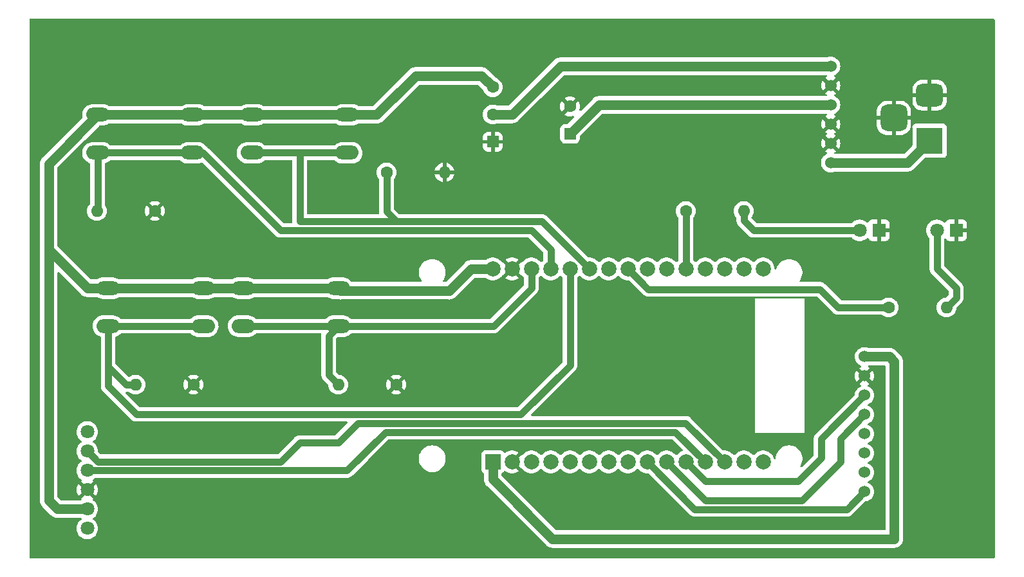
<source format=gbr>
%TF.GenerationSoftware,KiCad,Pcbnew,7.0.2*%
%TF.CreationDate,2023-06-14T14:53:58-05:00*%
%TF.ProjectId,ControlRemoto,436f6e74-726f-46c5-9265-6d6f746f2e6b,rev?*%
%TF.SameCoordinates,Original*%
%TF.FileFunction,Copper,L2,Bot*%
%TF.FilePolarity,Positive*%
%FSLAX46Y46*%
G04 Gerber Fmt 4.6, Leading zero omitted, Abs format (unit mm)*
G04 Created by KiCad (PCBNEW 7.0.2) date 2023-06-14 14:53:58*
%MOMM*%
%LPD*%
G01*
G04 APERTURE LIST*
G04 Aperture macros list*
%AMRoundRect*
0 Rectangle with rounded corners*
0 $1 Rounding radius*
0 $2 $3 $4 $5 $6 $7 $8 $9 X,Y pos of 4 corners*
0 Add a 4 corners polygon primitive as box body*
4,1,4,$2,$3,$4,$5,$6,$7,$8,$9,$2,$3,0*
0 Add four circle primitives for the rounded corners*
1,1,$1+$1,$2,$3*
1,1,$1+$1,$4,$5*
1,1,$1+$1,$6,$7*
1,1,$1+$1,$8,$9*
0 Add four rect primitives between the rounded corners*
20,1,$1+$1,$2,$3,$4,$5,0*
20,1,$1+$1,$4,$5,$6,$7,0*
20,1,$1+$1,$6,$7,$8,$9,0*
20,1,$1+$1,$8,$9,$2,$3,0*%
G04 Aperture macros list end*
%TA.AperFunction,ComponentPad*%
%ADD10C,1.600000*%
%TD*%
%TA.AperFunction,ComponentPad*%
%ADD11O,1.600000X1.600000*%
%TD*%
%TA.AperFunction,ComponentPad*%
%ADD12O,3.048000X1.850000*%
%TD*%
%TA.AperFunction,ComponentPad*%
%ADD13RoundRect,0.250000X0.550000X-0.550000X0.550000X0.550000X-0.550000X0.550000X-0.550000X-0.550000X0*%
%TD*%
%TA.AperFunction,ComponentPad*%
%ADD14R,2.000000X2.000000*%
%TD*%
%TA.AperFunction,ComponentPad*%
%ADD15C,2.000000*%
%TD*%
%TA.AperFunction,ComponentPad*%
%ADD16R,1.800000X1.800000*%
%TD*%
%TA.AperFunction,ComponentPad*%
%ADD17C,1.800000*%
%TD*%
%TA.AperFunction,ComponentPad*%
%ADD18C,1.524000*%
%TD*%
%TA.AperFunction,ComponentPad*%
%ADD19R,3.500000X3.500000*%
%TD*%
%TA.AperFunction,ComponentPad*%
%ADD20RoundRect,0.750000X-1.000000X0.750000X-1.000000X-0.750000X1.000000X-0.750000X1.000000X0.750000X0*%
%TD*%
%TA.AperFunction,ComponentPad*%
%ADD21RoundRect,0.875000X-0.875000X0.875000X-0.875000X-0.875000X0.875000X-0.875000X0.875000X0.875000X0*%
%TD*%
%TA.AperFunction,Conductor*%
%ADD22C,0.900000*%
%TD*%
%TA.AperFunction,Conductor*%
%ADD23C,1.300000*%
%TD*%
G04 APERTURE END LIST*
D10*
%TO.P,R4,1*%
%TO.N,Net-(U2-D27)*%
X87630000Y-43180000D03*
D11*
%TO.P,R4,2*%
%TO.N,GND*%
X95250000Y-43180000D03*
%TD*%
D12*
%TO.P,SWRIGHT1,2,2*%
%TO.N,+5V*%
X69940000Y-35600000D03*
X82440000Y-35600000D03*
%TO.P,SWRIGHT1,1,1*%
%TO.N,Net-(U2-D27)*%
X69940000Y-40600000D03*
X82440000Y-40600000D03*
%TD*%
D13*
%TO.P,BT1,1,+*%
%TO.N,/bat*%
X111760000Y-38100000D03*
D10*
%TO.P,BT1,2,-*%
%TO.N,GND*%
X111760000Y-34500000D03*
%TD*%
%TO.P,R5,1*%
%TO.N,Net-(U2-D25)*%
X153670000Y-60960000D03*
D11*
%TO.P,R5,2*%
%TO.N,Net-(D1-A)*%
X161290000Y-60960000D03*
%TD*%
D14*
%TO.P,U2,1,3V3*%
%TO.N,+3.3V*%
X101600000Y-81280000D03*
D15*
%TO.P,U2,2,GND*%
%TO.N,GND*%
X104140000Y-81280000D03*
%TO.P,U2,3,D15*%
%TO.N,unconnected-(U2-D15-Pad3)*%
X106680000Y-81280000D03*
%TO.P,U2,4,D2*%
%TO.N,unconnected-(U2-D2-Pad4)*%
X109220000Y-81280000D03*
%TO.P,U2,5,D4*%
%TO.N,unconnected-(U2-D4-Pad5)*%
X111760000Y-81280000D03*
%TO.P,U2,6,RX2*%
%TO.N,unconnected-(U2-RX2-Pad6)*%
X114300000Y-81280000D03*
%TO.P,U2,7,TX2*%
%TO.N,unconnected-(U2-TX2-Pad7)*%
X116840000Y-81280000D03*
%TO.P,U2,8,D5*%
%TO.N,unconnected-(U2-D5-Pad8)*%
X119380000Y-81280000D03*
%TO.P,U2,9,D18*%
%TO.N,Net-(U2-D18)*%
X121920000Y-81280000D03*
%TO.P,U2,10,D19*%
%TO.N,Net-(U2-D19)*%
X124460000Y-81280000D03*
%TO.P,U2,11,D21*%
%TO.N,Net-(U2-D21)*%
X127000000Y-81280000D03*
%TO.P,U2,12,RX0*%
%TO.N,Net-(BluetoothHC1-TX)*%
X129540000Y-81280000D03*
%TO.P,U2,13,TX0*%
%TO.N,Net-(BluetoothHC1-RX)*%
X132080000Y-81280000D03*
%TO.P,U2,14,D22*%
%TO.N,unconnected-(U2-D22-Pad14)*%
X134620000Y-81280000D03*
%TO.P,U2,15,D23*%
%TO.N,unconnected-(U2-D23-Pad15)*%
X137160000Y-81280000D03*
%TO.P,U2,16,EN*%
%TO.N,unconnected-(U2-EN-Pad16)*%
X137160000Y-55880000D03*
%TO.P,U2,17,VP*%
%TO.N,unconnected-(U2-VP-Pad17)*%
X134620000Y-55880000D03*
%TO.P,U2,18,VN*%
%TO.N,unconnected-(U2-VN-Pad18)*%
X132080000Y-55880000D03*
%TO.P,U2,19,D34*%
%TO.N,unconnected-(U2-D34-Pad19)*%
X129540000Y-55880000D03*
%TO.P,U2,20,D35*%
%TO.N,Net-(U2-D35)*%
X127000000Y-55880000D03*
%TO.P,U2,21,D32*%
%TO.N,unconnected-(U2-D32-Pad21)*%
X124460000Y-55880000D03*
%TO.P,U2,22,D33*%
%TO.N,unconnected-(U2-D33-Pad22)*%
X121920000Y-55880000D03*
%TO.P,U2,23,D25*%
%TO.N,Net-(U2-D25)*%
X119380000Y-55880000D03*
%TO.P,U2,24,D26*%
%TO.N,unconnected-(U2-D26-Pad24)*%
X116840000Y-55880000D03*
%TO.P,U2,25,D27*%
%TO.N,Net-(U2-D27)*%
X114300000Y-55880000D03*
%TO.P,U2,26,D14*%
%TO.N,Net-(U2-D14)*%
X111760000Y-55880000D03*
%TO.P,U2,27,D12*%
%TO.N,Net-(U2-D12)*%
X109220000Y-55880000D03*
%TO.P,U2,28,D13*%
%TO.N,Net-(U2-D13)*%
X106680000Y-55880000D03*
%TO.P,U2,29,GND__1*%
%TO.N,GND*%
X104140000Y-55880000D03*
%TO.P,U2,30,VIN*%
%TO.N,+5V*%
X101600000Y-55880000D03*
%TD*%
D10*
%TO.P,R2,1*%
%TO.N,GND*%
X88900000Y-71120000D03*
D11*
%TO.P,R2,2*%
%TO.N,Net-(U2-D13)*%
X81280000Y-71120000D03*
%TD*%
D12*
%TO.P,SWNIGHTMODE1,2,2*%
%TO.N,+5V*%
X68780000Y-58420000D03*
X81280000Y-58420000D03*
%TO.P,SWNIGHTMODE1,1,1*%
%TO.N,Net-(U2-D13)*%
X68780000Y-63420000D03*
X81280000Y-63420000D03*
%TD*%
D10*
%TO.P,R6,1*%
%TO.N,Net-(U2-D35)*%
X127000000Y-48260000D03*
D11*
%TO.P,R6,2*%
%TO.N,Net-(D2-A)*%
X134620000Y-48260000D03*
%TD*%
D12*
%TO.P,SWBOTH1,1,1*%
%TO.N,Net-(U2-D14)*%
X63500000Y-63420000D03*
X51000000Y-63420000D03*
%TO.P,SWBOTH1,2,2*%
%TO.N,+5V*%
X63500000Y-58420000D03*
X51000000Y-58420000D03*
%TD*%
D16*
%TO.P,D1,1,K*%
%TO.N,GND*%
X162560000Y-50800000D03*
D17*
%TO.P,D1,2,A*%
%TO.N,Net-(D1-A)*%
X160020000Y-50800000D03*
%TD*%
D18*
%TO.P,U3,1,VIN*%
%TO.N,VCC*%
X146050000Y-41910000D03*
%TO.P,U3,2,GND*%
%TO.N,GND*%
X146050000Y-39370000D03*
%TO.P,U3,3,GND*%
X146050000Y-36830000D03*
%TO.P,U3,4,BAT*%
%TO.N,/bat*%
X146050000Y-34290000D03*
%TO.P,U3,5,GND*%
%TO.N,GND*%
X146050000Y-31750000D03*
%TO.P,U3,6,OUT-5V*%
%TO.N,/5vout*%
X146050000Y-29210000D03*
%TD*%
D12*
%TO.P,SWLEFT1,2,2*%
%TO.N,+5V*%
X49620000Y-35600000D03*
X62120000Y-35600000D03*
%TO.P,SWLEFT1,1,1*%
%TO.N,Net-(U2-D12)*%
X49620000Y-40600000D03*
X62120000Y-40600000D03*
%TD*%
D13*
%TO.P,SW1,1,A*%
%TO.N,GND*%
X101600000Y-39160000D03*
D10*
%TO.P,SW1,2,B*%
%TO.N,/5vout*%
X101600000Y-35560000D03*
%TO.P,SW1,3,C*%
%TO.N,+5V*%
X101600000Y-31960000D03*
%TD*%
D19*
%TO.P,J1,1*%
%TO.N,VCC*%
X159062500Y-39020000D03*
D20*
%TO.P,J1,2*%
%TO.N,GND*%
X159062500Y-33020000D03*
D21*
%TO.P,J1,3*%
X154362500Y-36020000D03*
%TD*%
D10*
%TO.P,R3,1*%
%TO.N,GND*%
X57150000Y-48260000D03*
D11*
%TO.P,R3,2*%
%TO.N,Net-(U2-D12)*%
X49530000Y-48260000D03*
%TD*%
D16*
%TO.P,D2,1,K*%
%TO.N,GND*%
X152400000Y-50800000D03*
D17*
%TO.P,D2,2,A*%
%TO.N,Net-(D2-A)*%
X149860000Y-50800000D03*
%TD*%
%TO.P,BluetoothHC1,1,STATE*%
%TO.N,unconnected-(BluetoothHC1-STATE-Pad1)*%
X48260000Y-77343000D03*
%TO.P,BluetoothHC1,2,RX*%
%TO.N,Net-(BluetoothHC1-RX)*%
X48260000Y-79883000D03*
%TO.P,BluetoothHC1,3,TX*%
%TO.N,Net-(BluetoothHC1-TX)*%
X48260000Y-82423000D03*
%TO.P,BluetoothHC1,4,GND*%
%TO.N,GND*%
X48260000Y-84963000D03*
%TO.P,BluetoothHC1,5,+5V*%
%TO.N,+5V*%
X48260000Y-87503000D03*
%TO.P,BluetoothHC1,6,EN*%
%TO.N,unconnected-(BluetoothHC1-EN-Pad6)*%
X48260000Y-90043000D03*
%TD*%
D10*
%TO.P,R1,1*%
%TO.N,GND*%
X62230000Y-71120000D03*
D11*
%TO.P,R1,2*%
%TO.N,Net-(U2-D14)*%
X54610000Y-71120000D03*
%TD*%
D18*
%TO.P,U4,8,INT*%
%TO.N,Net-(U2-D18)*%
X150495000Y-85217000D03*
%TO.P,U4,7,ADD*%
%TO.N,unconnected-(U4-ADD-Pad7)*%
X150495000Y-82677000D03*
%TO.P,U4,6,XCL*%
%TO.N,unconnected-(U4-XCL-Pad6)*%
X150495000Y-80137000D03*
%TO.P,U4,5,XDA*%
%TO.N,unconnected-(U4-XDA-Pad5)*%
X150495000Y-77597000D03*
%TO.P,U4,4,SDA*%
%TO.N,Net-(U2-D19)*%
X150495000Y-75057000D03*
%TO.P,U4,3,SCL*%
%TO.N,Net-(U2-D21)*%
X150495000Y-72517000D03*
%TO.P,U4,2,GND*%
%TO.N,GND*%
X150495000Y-69977000D03*
%TO.P,U4,1,VCC*%
%TO.N,+3.3V*%
X150495000Y-67437000D03*
%TD*%
D22*
%TO.N,Net-(U2-D27)*%
X87630000Y-43180000D02*
X87630000Y-48366000D01*
X87630000Y-48366000D02*
X88900000Y-49636000D01*
X88900000Y-49636000D02*
X86360000Y-49636000D01*
X108056000Y-49636000D02*
X88900000Y-49636000D01*
D23*
%TO.N,+5V*%
X86320000Y-35600000D02*
X91440000Y-30480000D01*
X82440000Y-35600000D02*
X86320000Y-35600000D01*
D22*
%TO.N,Net-(U2-D12)*%
X109220000Y-53340000D02*
X109220000Y-55880000D01*
X106680000Y-50800000D02*
X109220000Y-53340000D01*
X73660000Y-50800000D02*
X106680000Y-50800000D01*
X63460000Y-40600000D02*
X73660000Y-50800000D01*
X62120000Y-40600000D02*
X63460000Y-40600000D01*
D23*
%TO.N,+5V*%
X95860000Y-58750000D02*
X98730000Y-55880000D01*
X98730000Y-55880000D02*
X101600000Y-55880000D01*
X81610000Y-58750000D02*
X95860000Y-58750000D01*
X81280000Y-58420000D02*
X81610000Y-58750000D01*
D22*
%TO.N,Net-(BluetoothHC1-RX)*%
X49636000Y-81259000D02*
X48260000Y-79883000D01*
X76200000Y-78740000D02*
X73681000Y-81259000D01*
X73681000Y-81259000D02*
X49636000Y-81259000D01*
X81280000Y-78740000D02*
X76200000Y-78740000D01*
X87009855Y-76190000D02*
X86999855Y-76200000D01*
X83820000Y-76200000D02*
X81280000Y-78740000D01*
X132080000Y-81280000D02*
X126990000Y-76190000D01*
X126990000Y-76190000D02*
X87009855Y-76190000D01*
X86999855Y-76200000D02*
X83820000Y-76200000D01*
D23*
%TO.N,+5V*%
X101600000Y-31960000D02*
X100120000Y-30480000D01*
X100120000Y-30480000D02*
X91440000Y-30480000D01*
%TO.N,/5vout*%
X104140000Y-35560000D02*
X101600000Y-35560000D01*
X110490000Y-29210000D02*
X104140000Y-35560000D01*
X146050000Y-29210000D02*
X110490000Y-29210000D01*
D22*
%TO.N,Net-(U2-D14)*%
X51000000Y-71320000D02*
X51000000Y-68780000D01*
X54706000Y-75026000D02*
X51000000Y-71320000D01*
X111760000Y-68580000D02*
X105314000Y-75026000D01*
X111760000Y-55880000D02*
X111760000Y-68580000D01*
X105314000Y-75026000D02*
X54706000Y-75026000D01*
%TO.N,Net-(U2-D27)*%
X86360000Y-49636000D02*
X76200000Y-49636000D01*
X76200000Y-49636000D02*
X76200000Y-40600000D01*
X114300000Y-55880000D02*
X108056000Y-49636000D01*
X76200000Y-40600000D02*
X82440000Y-40600000D01*
X69940000Y-40600000D02*
X76200000Y-40600000D01*
D23*
%TO.N,+3.3V*%
X154417000Y-91440000D02*
X154417000Y-68057000D01*
X154417000Y-68057000D02*
X153797000Y-67437000D01*
X109460000Y-91440000D02*
X154417000Y-91440000D01*
X101600000Y-83580000D02*
X109460000Y-91440000D01*
X153797000Y-67437000D02*
X150495000Y-67437000D01*
X101600000Y-81280000D02*
X101600000Y-83580000D01*
D22*
%TO.N,Net-(U2-D18)*%
X148188000Y-87524000D02*
X150495000Y-85217000D01*
X128164000Y-87524000D02*
X148188000Y-87524000D01*
X121920000Y-81280000D02*
X128164000Y-87524000D01*
%TO.N,Net-(BluetoothHC1-TX)*%
X87492000Y-77354000D02*
X82423000Y-82423000D01*
X125614000Y-77354000D02*
X87492000Y-77354000D01*
X129540000Y-81280000D02*
X125614000Y-77354000D01*
X82423000Y-82423000D02*
X48260000Y-82423000D01*
D23*
%TO.N,+5V*%
X82440000Y-35600000D02*
X69940000Y-35600000D01*
X48260000Y-58420000D02*
X51000000Y-58420000D01*
X43180000Y-53340000D02*
X48260000Y-58420000D01*
X44323000Y-87503000D02*
X48260000Y-87503000D01*
X51000000Y-58420000D02*
X63500000Y-58420000D01*
X43180000Y-42040000D02*
X43180000Y-53340000D01*
X63500000Y-58420000D02*
X68780000Y-58420000D01*
X49620000Y-35600000D02*
X43180000Y-42040000D01*
X69940000Y-35600000D02*
X62120000Y-35600000D01*
X62120000Y-35600000D02*
X49620000Y-35600000D01*
X81280000Y-58420000D02*
X68780000Y-58420000D01*
X43180000Y-53340000D02*
X43180000Y-86360000D01*
X43180000Y-86360000D02*
X44323000Y-87503000D01*
D22*
%TO.N,Net-(D1-A)*%
X162560000Y-58420000D02*
X160020000Y-55880000D01*
X160020000Y-55880000D02*
X160020000Y-50800000D01*
X162560000Y-59690000D02*
X162560000Y-58420000D01*
X161290000Y-60960000D02*
X162560000Y-59690000D01*
%TO.N,Net-(D2-A)*%
X149860000Y-50800000D02*
X135890000Y-50800000D01*
X134620000Y-49530000D02*
X134620000Y-48260000D01*
X135890000Y-50800000D02*
X134620000Y-49530000D01*
D23*
%TO.N,/bat*%
X115570000Y-34290000D02*
X111760000Y-38100000D01*
X146050000Y-34290000D02*
X115570000Y-34290000D01*
D22*
%TO.N,Net-(U2-D12)*%
X49620000Y-40600000D02*
X62120000Y-40600000D01*
X49620000Y-40600000D02*
X49620000Y-48170000D01*
X49620000Y-48170000D02*
X49530000Y-48260000D01*
%TO.N,Net-(U2-D25)*%
X122050000Y-58550000D02*
X144650000Y-58550000D01*
X147060000Y-60960000D02*
X153670000Y-60960000D01*
X144650000Y-58550000D02*
X147060000Y-60960000D01*
X119380000Y-55880000D02*
X122050000Y-58550000D01*
%TO.N,Net-(U2-D14)*%
X51000000Y-63420000D02*
X51000000Y-68780000D01*
X51000000Y-68780000D02*
X53340000Y-71120000D01*
X51000000Y-63420000D02*
X63500000Y-63420000D01*
X53340000Y-71120000D02*
X54610000Y-71120000D01*
%TO.N,Net-(U2-D13)*%
X101680000Y-63420000D02*
X106680000Y-58420000D01*
X106680000Y-58420000D02*
X106680000Y-55880000D01*
X80010000Y-64690000D02*
X81280000Y-63420000D01*
X80010000Y-69850000D02*
X80010000Y-64690000D01*
X81280000Y-63420000D02*
X101680000Y-63420000D01*
X68580000Y-63420000D02*
X81080000Y-63420000D01*
X81280000Y-71120000D02*
X80010000Y-69850000D01*
%TO.N,Net-(U2-D35)*%
X127000000Y-48260000D02*
X127000000Y-55880000D01*
%TO.N,Net-(U2-D19)*%
X147320000Y-81280000D02*
X147320000Y-78232000D01*
X129540000Y-86360000D02*
X142240000Y-86360000D01*
X142240000Y-86360000D02*
X147320000Y-81280000D01*
X147320000Y-78232000D02*
X150495000Y-75057000D01*
X124460000Y-81280000D02*
X129540000Y-86360000D01*
%TO.N,Net-(U2-D21)*%
X144780000Y-80772000D02*
X144780000Y-78232000D01*
X129540000Y-83820000D02*
X141732000Y-83820000D01*
X144780000Y-78232000D02*
X150495000Y-72517000D01*
X141732000Y-83820000D02*
X144780000Y-80772000D01*
X127000000Y-81280000D02*
X129540000Y-83820000D01*
D23*
%TO.N,VCC*%
X146050000Y-41910000D02*
X156172500Y-41910000D01*
X156172500Y-41910000D02*
X159062500Y-39020000D01*
%TD*%
%TA.AperFunction,Conductor*%
%TO.N,GND*%
G36*
X153209539Y-68607185D02*
G01*
X153255294Y-68659989D01*
X153266500Y-68711500D01*
X153266500Y-90165500D01*
X153246815Y-90232539D01*
X153194011Y-90278294D01*
X153142500Y-90289500D01*
X109987914Y-90289500D01*
X109920875Y-90269815D01*
X109900233Y-90253181D01*
X102786819Y-83139766D01*
X102753334Y-83078443D01*
X102750500Y-83052085D01*
X102750500Y-82844142D01*
X102770185Y-82777103D01*
X102822989Y-82731348D01*
X102831169Y-82727959D01*
X102831453Y-82727853D01*
X102842331Y-82723796D01*
X102957546Y-82637546D01*
X103043796Y-82522331D01*
X103043796Y-82522328D01*
X103054480Y-82508058D01*
X103056250Y-82509383D01*
X103082917Y-82473756D01*
X103148379Y-82449335D01*
X103216653Y-82464182D01*
X103233396Y-82475164D01*
X103316767Y-82540054D01*
X103535393Y-82658368D01*
X103770506Y-82739083D01*
X104015707Y-82780000D01*
X104264293Y-82780000D01*
X104509493Y-82739083D01*
X104744606Y-82658368D01*
X104963233Y-82540053D01*
X105010056Y-82503609D01*
X104281366Y-81774918D01*
X104285161Y-81774373D01*
X104418562Y-81713451D01*
X104529395Y-81617413D01*
X104608682Y-81494040D01*
X104631132Y-81417581D01*
X105363434Y-82149882D01*
X105374862Y-82148697D01*
X105443574Y-82161360D01*
X105484273Y-82197780D01*
X105484877Y-82197225D01*
X105490599Y-82203441D01*
X105491462Y-82204213D01*
X105491836Y-82204785D01*
X105660256Y-82387738D01*
X105705559Y-82422999D01*
X105856485Y-82540470D01*
X105856487Y-82540471D01*
X105856491Y-82540474D01*
X106075190Y-82658828D01*
X106310386Y-82739571D01*
X106555665Y-82780500D01*
X106804335Y-82780500D01*
X107049614Y-82739571D01*
X107284810Y-82658828D01*
X107503509Y-82540474D01*
X107699744Y-82387738D01*
X107858771Y-82214988D01*
X107918657Y-82178999D01*
X107988495Y-82181099D01*
X108041228Y-82214988D01*
X108200256Y-82387738D01*
X108245559Y-82422999D01*
X108396485Y-82540470D01*
X108396487Y-82540471D01*
X108396491Y-82540474D01*
X108615190Y-82658828D01*
X108850386Y-82739571D01*
X109095665Y-82780500D01*
X109344335Y-82780500D01*
X109589614Y-82739571D01*
X109824810Y-82658828D01*
X110043509Y-82540474D01*
X110239744Y-82387738D01*
X110398771Y-82214988D01*
X110458657Y-82178999D01*
X110528495Y-82181099D01*
X110581228Y-82214988D01*
X110740256Y-82387738D01*
X110785559Y-82422999D01*
X110936485Y-82540470D01*
X110936487Y-82540471D01*
X110936491Y-82540474D01*
X111155190Y-82658828D01*
X111390386Y-82739571D01*
X111635665Y-82780500D01*
X111884335Y-82780500D01*
X112129614Y-82739571D01*
X112364810Y-82658828D01*
X112583509Y-82540474D01*
X112779744Y-82387738D01*
X112938771Y-82214988D01*
X112998657Y-82178999D01*
X113068495Y-82181099D01*
X113121228Y-82214988D01*
X113280256Y-82387738D01*
X113325559Y-82422999D01*
X113476485Y-82540470D01*
X113476487Y-82540471D01*
X113476491Y-82540474D01*
X113695190Y-82658828D01*
X113930386Y-82739571D01*
X114175665Y-82780500D01*
X114424335Y-82780500D01*
X114669614Y-82739571D01*
X114904810Y-82658828D01*
X115123509Y-82540474D01*
X115319744Y-82387738D01*
X115478771Y-82214988D01*
X115538657Y-82178999D01*
X115608495Y-82181099D01*
X115661228Y-82214988D01*
X115820256Y-82387738D01*
X115865559Y-82422999D01*
X116016485Y-82540470D01*
X116016487Y-82540471D01*
X116016491Y-82540474D01*
X116235190Y-82658828D01*
X116470386Y-82739571D01*
X116715665Y-82780500D01*
X116964335Y-82780500D01*
X117209614Y-82739571D01*
X117444810Y-82658828D01*
X117663509Y-82540474D01*
X117859744Y-82387738D01*
X118018771Y-82214988D01*
X118078657Y-82178999D01*
X118148495Y-82181099D01*
X118201228Y-82214988D01*
X118360256Y-82387738D01*
X118405559Y-82422999D01*
X118556485Y-82540470D01*
X118556487Y-82540471D01*
X118556491Y-82540474D01*
X118775190Y-82658828D01*
X119010386Y-82739571D01*
X119255665Y-82780500D01*
X119504335Y-82780500D01*
X119749614Y-82739571D01*
X119984810Y-82658828D01*
X120203509Y-82540474D01*
X120399744Y-82387738D01*
X120558771Y-82214988D01*
X120618657Y-82178999D01*
X120688495Y-82181099D01*
X120741228Y-82214988D01*
X120900256Y-82387738D01*
X120945559Y-82422999D01*
X121096485Y-82540470D01*
X121096487Y-82540471D01*
X121096491Y-82540474D01*
X121315190Y-82658828D01*
X121550386Y-82739571D01*
X121795665Y-82780500D01*
X122024928Y-82780500D01*
X122091967Y-82800185D01*
X122112609Y-82816819D01*
X127482255Y-88186465D01*
X127484411Y-88188675D01*
X127541677Y-88248919D01*
X127587493Y-88280808D01*
X127594982Y-88286454D01*
X127638249Y-88321733D01*
X127663523Y-88334935D01*
X127676934Y-88343061D01*
X127683291Y-88347485D01*
X127700339Y-88359352D01*
X127716183Y-88366151D01*
X127751642Y-88381367D01*
X127760132Y-88385399D01*
X127801340Y-88406925D01*
X127809593Y-88411236D01*
X127836990Y-88419075D01*
X127851779Y-88424340D01*
X127877988Y-88435587D01*
X127932657Y-88446821D01*
X127941805Y-88449066D01*
X127995448Y-88464416D01*
X128023865Y-88466579D01*
X128039412Y-88468760D01*
X128067342Y-88474500D01*
X128067344Y-88474500D01*
X128123160Y-88474500D01*
X128132574Y-88474858D01*
X128188203Y-88479094D01*
X128216470Y-88475493D01*
X128232136Y-88474500D01*
X148174374Y-88474500D01*
X148177516Y-88474540D01*
X148260542Y-88476644D01*
X148260542Y-88476643D01*
X148260546Y-88476644D01*
X148315497Y-88466794D01*
X148324788Y-88465491D01*
X148380321Y-88459845D01*
X148407535Y-88451305D01*
X148422760Y-88447569D01*
X148450828Y-88442539D01*
X148502658Y-88421834D01*
X148511515Y-88418682D01*
X148526853Y-88413869D01*
X148564768Y-88401974D01*
X148589701Y-88388134D01*
X148603868Y-88381406D01*
X148630348Y-88370830D01*
X148676951Y-88340114D01*
X148684995Y-88335242D01*
X148733789Y-88308160D01*
X148733788Y-88308160D01*
X148733791Y-88308159D01*
X148755423Y-88289586D01*
X148767952Y-88280139D01*
X148791759Y-88264451D01*
X148831215Y-88224994D01*
X148838127Y-88218588D01*
X148880468Y-88182240D01*
X148897923Y-88159688D01*
X148908285Y-88147923D01*
X150547346Y-86508862D01*
X150608667Y-86475379D01*
X150624210Y-86473018D01*
X150715068Y-86465070D01*
X150928450Y-86407894D01*
X151128662Y-86314534D01*
X151309620Y-86187826D01*
X151465826Y-86031620D01*
X151592534Y-85850662D01*
X151685894Y-85650450D01*
X151743070Y-85437068D01*
X151762323Y-85217000D01*
X151743070Y-84996932D01*
X151685894Y-84783550D01*
X151592534Y-84583339D01*
X151465826Y-84402380D01*
X151309620Y-84246174D01*
X151128662Y-84119466D01*
X150999811Y-84059382D01*
X150947372Y-84013210D01*
X150928220Y-83946016D01*
X150948436Y-83879135D01*
X150999811Y-83834618D01*
X151017087Y-83826562D01*
X151128662Y-83774534D01*
X151309620Y-83647826D01*
X151465826Y-83491620D01*
X151592534Y-83310662D01*
X151685894Y-83110450D01*
X151743070Y-82897068D01*
X151762323Y-82677000D01*
X151743070Y-82456932D01*
X151685894Y-82243550D01*
X151592534Y-82043339D01*
X151465826Y-81862380D01*
X151309620Y-81706174D01*
X151128662Y-81579466D01*
X151099810Y-81566012D01*
X150999811Y-81519381D01*
X150947372Y-81473208D01*
X150928220Y-81406015D01*
X150948436Y-81339133D01*
X150999810Y-81294618D01*
X151128662Y-81234534D01*
X151309620Y-81107826D01*
X151465826Y-80951620D01*
X151592534Y-80770662D01*
X151685894Y-80570450D01*
X151743070Y-80357068D01*
X151762323Y-80137000D01*
X151743070Y-79916932D01*
X151685894Y-79703550D01*
X151592534Y-79503339D01*
X151465826Y-79322380D01*
X151309620Y-79166174D01*
X151128662Y-79039466D01*
X150999811Y-78979382D01*
X150947372Y-78933210D01*
X150928220Y-78866016D01*
X150948436Y-78799135D01*
X150999811Y-78754618D01*
X151005027Y-78752185D01*
X151128662Y-78694534D01*
X151309620Y-78567826D01*
X151465826Y-78411620D01*
X151592534Y-78230662D01*
X151685894Y-78030450D01*
X151743070Y-77817068D01*
X151762323Y-77597000D01*
X151760337Y-77574305D01*
X151743070Y-77376934D01*
X151743070Y-77376932D01*
X151685894Y-77163550D01*
X151592534Y-76963339D01*
X151465826Y-76782380D01*
X151309620Y-76626174D01*
X151128662Y-76499466D01*
X151128662Y-76499465D01*
X150999811Y-76439381D01*
X150947372Y-76393208D01*
X150928220Y-76326015D01*
X150948436Y-76259133D01*
X150999810Y-76214618D01*
X151128662Y-76154534D01*
X151309620Y-76027826D01*
X151465826Y-75871620D01*
X151592534Y-75690662D01*
X151685894Y-75490450D01*
X151743070Y-75277068D01*
X151762323Y-75057000D01*
X151743070Y-74836932D01*
X151685894Y-74623550D01*
X151592534Y-74423339D01*
X151465826Y-74242380D01*
X151309620Y-74086174D01*
X151128662Y-73959466D01*
X150999811Y-73899382D01*
X150947372Y-73853210D01*
X150928220Y-73786016D01*
X150948436Y-73719135D01*
X150999811Y-73674618D01*
X151005027Y-73672185D01*
X151128662Y-73614534D01*
X151309620Y-73487826D01*
X151465826Y-73331620D01*
X151592534Y-73150662D01*
X151685894Y-72950450D01*
X151743070Y-72737068D01*
X151762323Y-72517000D01*
X151743070Y-72296932D01*
X151685894Y-72083550D01*
X151592534Y-71883339D01*
X151465826Y-71702380D01*
X151309620Y-71546174D01*
X151128662Y-71419466D01*
X151070932Y-71392546D01*
X150999218Y-71359105D01*
X150946779Y-71312932D01*
X150927627Y-71245739D01*
X150947843Y-71178858D01*
X150999220Y-71134340D01*
X151128411Y-71074098D01*
X151193187Y-71028740D01*
X150522448Y-70358000D01*
X150526569Y-70358000D01*
X150620421Y-70342339D01*
X150732251Y-70281820D01*
X150818371Y-70188269D01*
X150869448Y-70071823D01*
X150875105Y-70003552D01*
X151546740Y-70675186D01*
X151592100Y-70610408D01*
X151685420Y-70410281D01*
X151742575Y-70196978D01*
X151761821Y-69977000D01*
X151742575Y-69757021D01*
X151685421Y-69543720D01*
X151592098Y-69343589D01*
X151546740Y-69278811D01*
X150879903Y-69945648D01*
X150879949Y-69945102D01*
X150848734Y-69821838D01*
X150779187Y-69715388D01*
X150678843Y-69637287D01*
X150558578Y-69596000D01*
X150522447Y-69596000D01*
X151193187Y-68925258D01*
X151128408Y-68879900D01*
X151008277Y-68823882D01*
X150955838Y-68777710D01*
X150936686Y-68710516D01*
X150956902Y-68643635D01*
X151010067Y-68598301D01*
X151060682Y-68587500D01*
X153142500Y-68587500D01*
X153209539Y-68607185D01*
G37*
%TD.AperFunction*%
%TA.AperFunction,Conductor*%
G36*
X103671318Y-56094040D02*
G01*
X103750605Y-56217413D01*
X103861438Y-56313451D01*
X103994839Y-56374373D01*
X103998634Y-56374918D01*
X103269942Y-57103609D01*
X103269942Y-57103610D01*
X103316766Y-57140055D01*
X103535393Y-57258368D01*
X103770506Y-57339083D01*
X104015707Y-57380000D01*
X104264293Y-57380000D01*
X104509493Y-57339083D01*
X104744606Y-57258368D01*
X104963233Y-57140053D01*
X105010056Y-57103609D01*
X104281365Y-56374918D01*
X104285161Y-56374373D01*
X104418562Y-56313451D01*
X104529395Y-56217413D01*
X104608682Y-56094040D01*
X104631132Y-56017581D01*
X105363434Y-56749882D01*
X105374862Y-56748697D01*
X105443574Y-56761360D01*
X105484273Y-56797780D01*
X105484877Y-56797225D01*
X105490599Y-56803441D01*
X105491462Y-56804213D01*
X105491836Y-56804785D01*
X105660256Y-56987738D01*
X105660258Y-56987740D01*
X105681661Y-57004398D01*
X105722475Y-57061107D01*
X105729500Y-57102252D01*
X105729500Y-57974928D01*
X105709815Y-58041967D01*
X105693181Y-58062609D01*
X101322609Y-62433181D01*
X101261286Y-62466666D01*
X101234928Y-62469500D01*
X82997470Y-62469500D01*
X82930431Y-62449815D01*
X82904386Y-62427423D01*
X82868925Y-62387131D01*
X82680130Y-62234688D01*
X82468287Y-62116346D01*
X82239490Y-62035507D01*
X82000330Y-61994500D01*
X82000328Y-61994500D01*
X80620446Y-61994500D01*
X80617830Y-61994722D01*
X80617821Y-61994723D01*
X80439219Y-62009924D01*
X80204390Y-62071068D01*
X79983277Y-62171018D01*
X79782235Y-62306899D01*
X79698523Y-62387131D01*
X79656484Y-62427423D01*
X79648554Y-62435023D01*
X79586534Y-62467198D01*
X79562754Y-62469500D01*
X70497470Y-62469500D01*
X70430431Y-62449815D01*
X70404386Y-62427423D01*
X70368925Y-62387131D01*
X70180130Y-62234688D01*
X69968287Y-62116346D01*
X69739490Y-62035507D01*
X69500330Y-61994500D01*
X69500328Y-61994500D01*
X68120446Y-61994500D01*
X68117830Y-61994722D01*
X68117821Y-61994723D01*
X67939219Y-62009924D01*
X67704390Y-62071068D01*
X67483277Y-62171018D01*
X67282235Y-62306899D01*
X67107047Y-62474803D01*
X66962756Y-62669897D01*
X66853512Y-62886570D01*
X66782457Y-63118590D01*
X66751635Y-63359284D01*
X66761933Y-63601716D01*
X66813056Y-63838930D01*
X66900161Y-64055697D01*
X66903532Y-64064086D01*
X67007862Y-64233528D01*
X67030759Y-64270715D01*
X67191074Y-64452868D01*
X67379869Y-64605311D01*
X67591712Y-64723653D01*
X67820509Y-64804492D01*
X68059670Y-64845500D01*
X68059672Y-64845500D01*
X69436923Y-64845500D01*
X69439554Y-64845500D01*
X69620782Y-64830075D01*
X69795584Y-64784560D01*
X69855609Y-64768931D01*
X69976680Y-64714203D01*
X70076723Y-64668981D01*
X70277765Y-64533100D01*
X70411446Y-64404976D01*
X70473466Y-64372802D01*
X70497246Y-64370500D01*
X78948317Y-64370500D01*
X79015356Y-64390185D01*
X79061111Y-64442989D01*
X79071055Y-64512147D01*
X79069868Y-64517693D01*
X79067418Y-64549875D01*
X79065238Y-64565419D01*
X79059500Y-64593342D01*
X79059500Y-64649146D01*
X79059142Y-64658560D01*
X79054905Y-64714203D01*
X79058506Y-64742476D01*
X79059500Y-64758142D01*
X79059500Y-69836374D01*
X79059460Y-69839516D01*
X79057355Y-69922546D01*
X79067199Y-69977469D01*
X79068508Y-69986797D01*
X79074155Y-70042321D01*
X79082689Y-70069520D01*
X79086431Y-70084764D01*
X79091461Y-70112829D01*
X79112159Y-70164645D01*
X79115319Y-70173520D01*
X79132026Y-70226769D01*
X79145859Y-70251691D01*
X79152592Y-70265868D01*
X79163170Y-70292349D01*
X79193877Y-70338941D01*
X79198760Y-70347000D01*
X79225841Y-70395791D01*
X79244414Y-70417426D01*
X79253865Y-70429961D01*
X79269548Y-70453758D01*
X79309000Y-70493210D01*
X79315404Y-70500119D01*
X79351760Y-70542468D01*
X79374302Y-70559917D01*
X79386080Y-70570290D01*
X79946332Y-71130542D01*
X79979817Y-71191865D01*
X79982179Y-71207415D01*
X79994364Y-71346690D01*
X80053261Y-71566497D01*
X80149432Y-71772735D01*
X80279953Y-71959140D01*
X80440859Y-72120046D01*
X80627264Y-72250567D01*
X80627265Y-72250567D01*
X80627266Y-72250568D01*
X80833504Y-72346739D01*
X81053308Y-72405635D01*
X81280000Y-72425468D01*
X81506692Y-72405635D01*
X81726496Y-72346739D01*
X81932734Y-72250568D01*
X82119139Y-72120047D01*
X82280047Y-71959139D01*
X82410568Y-71772734D01*
X82506739Y-71566496D01*
X82565635Y-71346692D01*
X82585468Y-71120000D01*
X87595033Y-71120000D01*
X87614858Y-71346602D01*
X87673733Y-71566326D01*
X87769866Y-71772484D01*
X87820972Y-71845471D01*
X87820974Y-71845472D01*
X88502046Y-71164399D01*
X88514835Y-71245148D01*
X88572359Y-71358045D01*
X88661955Y-71447641D01*
X88774852Y-71505165D01*
X88855599Y-71517953D01*
X88174526Y-72199025D01*
X88174526Y-72199026D01*
X88247515Y-72250133D01*
X88453673Y-72346266D01*
X88673397Y-72405141D01*
X88900000Y-72424966D01*
X89126602Y-72405141D01*
X89346326Y-72346266D01*
X89552480Y-72250134D01*
X89625472Y-72199025D01*
X88944401Y-71517953D01*
X89025148Y-71505165D01*
X89138045Y-71447641D01*
X89227641Y-71358045D01*
X89285165Y-71245148D01*
X89297953Y-71164399D01*
X89979025Y-71845472D01*
X90030134Y-71772480D01*
X90126266Y-71566326D01*
X90185141Y-71346602D01*
X90204966Y-71120000D01*
X90185141Y-70893397D01*
X90126266Y-70673673D01*
X90030133Y-70467515D01*
X89979025Y-70394526D01*
X89297953Y-71075597D01*
X89285165Y-70994852D01*
X89227641Y-70881955D01*
X89138045Y-70792359D01*
X89025148Y-70734835D01*
X88944400Y-70722046D01*
X89625472Y-70040974D01*
X89625471Y-70040972D01*
X89552484Y-69989866D01*
X89346326Y-69893733D01*
X89126602Y-69834858D01*
X88900000Y-69815033D01*
X88673397Y-69834858D01*
X88453672Y-69893733D01*
X88247516Y-69989865D01*
X88174527Y-70040973D01*
X88174526Y-70040973D01*
X88855600Y-70722046D01*
X88774852Y-70734835D01*
X88661955Y-70792359D01*
X88572359Y-70881955D01*
X88514835Y-70994852D01*
X88502046Y-71075599D01*
X87820973Y-70394526D01*
X87820973Y-70394527D01*
X87769865Y-70467516D01*
X87673733Y-70673672D01*
X87614858Y-70893397D01*
X87595033Y-71120000D01*
X82585468Y-71120000D01*
X82565635Y-70893308D01*
X82506739Y-70673504D01*
X82410568Y-70467266D01*
X82401111Y-70453759D01*
X82280046Y-70280859D01*
X82119140Y-70119953D01*
X81932735Y-69989432D01*
X81726497Y-69893261D01*
X81506690Y-69834364D01*
X81367415Y-69822179D01*
X81302347Y-69796726D01*
X81290542Y-69786332D01*
X80996819Y-69492609D01*
X80963334Y-69431286D01*
X80960500Y-69404928D01*
X80960500Y-65135072D01*
X80980185Y-65068033D01*
X80996819Y-65047391D01*
X81162391Y-64881819D01*
X81223714Y-64848334D01*
X81250072Y-64845500D01*
X81936923Y-64845500D01*
X81939554Y-64845500D01*
X82120782Y-64830075D01*
X82295584Y-64784560D01*
X82355609Y-64768931D01*
X82476680Y-64714203D01*
X82576723Y-64668981D01*
X82777765Y-64533100D01*
X82911446Y-64404976D01*
X82973466Y-64372802D01*
X82997246Y-64370500D01*
X101666374Y-64370500D01*
X101669515Y-64370539D01*
X101678310Y-64370762D01*
X101752542Y-64372644D01*
X101752542Y-64372643D01*
X101752546Y-64372644D01*
X101807497Y-64362794D01*
X101816788Y-64361491D01*
X101872321Y-64355845D01*
X101899535Y-64347305D01*
X101914760Y-64343569D01*
X101942828Y-64338539D01*
X101994658Y-64317834D01*
X102003515Y-64314682D01*
X102018853Y-64309869D01*
X102056768Y-64297974D01*
X102081701Y-64284134D01*
X102095868Y-64277406D01*
X102122348Y-64266830D01*
X102168951Y-64236114D01*
X102176995Y-64231242D01*
X102225789Y-64204160D01*
X102225788Y-64204160D01*
X102225791Y-64204159D01*
X102247423Y-64185586D01*
X102259952Y-64176139D01*
X102283759Y-64160451D01*
X102323215Y-64120994D01*
X102330127Y-64114588D01*
X102372468Y-64078240D01*
X102389923Y-64055688D01*
X102400285Y-64043923D01*
X107342504Y-59101704D01*
X107344673Y-59099589D01*
X107404919Y-59042323D01*
X107436816Y-58996493D01*
X107442459Y-58989011D01*
X107477734Y-58945751D01*
X107490941Y-58920465D01*
X107499059Y-58907065D01*
X107515353Y-58883658D01*
X107537375Y-58832338D01*
X107541384Y-58823895D01*
X107567237Y-58774406D01*
X107575080Y-58746991D01*
X107580340Y-58732219D01*
X107591587Y-58706012D01*
X107602824Y-58651323D01*
X107605059Y-58642221D01*
X107620417Y-58588551D01*
X107622582Y-58560106D01*
X107624758Y-58544591D01*
X107630500Y-58516656D01*
X107630500Y-58460851D01*
X107630858Y-58451437D01*
X107635095Y-58395797D01*
X107631494Y-58367522D01*
X107630500Y-58351856D01*
X107630500Y-57727532D01*
X107630500Y-57102248D01*
X107650184Y-57035213D01*
X107678336Y-57004400D01*
X107699744Y-56987738D01*
X107858772Y-56814986D01*
X107918656Y-56778999D01*
X107988494Y-56781099D01*
X108041230Y-56814989D01*
X108200256Y-56987738D01*
X108221658Y-57004396D01*
X108396485Y-57140470D01*
X108396487Y-57140471D01*
X108396491Y-57140474D01*
X108615190Y-57258828D01*
X108850386Y-57339571D01*
X109095665Y-57380500D01*
X109344335Y-57380500D01*
X109589614Y-57339571D01*
X109824810Y-57258828D01*
X110043509Y-57140474D01*
X110239744Y-56987738D01*
X110398771Y-56814988D01*
X110458657Y-56778999D01*
X110528495Y-56781099D01*
X110581228Y-56814988D01*
X110740256Y-56987738D01*
X110740258Y-56987740D01*
X110761661Y-57004398D01*
X110802475Y-57061107D01*
X110809500Y-57102252D01*
X110809500Y-68134928D01*
X110789815Y-68201967D01*
X110773181Y-68222609D01*
X104956609Y-74039181D01*
X104895286Y-74072666D01*
X104868928Y-74075500D01*
X55151072Y-74075500D01*
X55084033Y-74055815D01*
X55063391Y-74039181D01*
X53307980Y-72283770D01*
X53274495Y-72222447D01*
X53279479Y-72152755D01*
X53321351Y-72096822D01*
X53379998Y-72073083D01*
X53392486Y-72071492D01*
X53408143Y-72070500D01*
X53669951Y-72070500D01*
X53736990Y-72090185D01*
X53757632Y-72106819D01*
X53770859Y-72120046D01*
X53957264Y-72250567D01*
X53957265Y-72250567D01*
X53957266Y-72250568D01*
X54163504Y-72346739D01*
X54383308Y-72405635D01*
X54610000Y-72425468D01*
X54836692Y-72405635D01*
X55056496Y-72346739D01*
X55262734Y-72250568D01*
X55449139Y-72120047D01*
X55610047Y-71959139D01*
X55740568Y-71772734D01*
X55836739Y-71566496D01*
X55895635Y-71346692D01*
X55915468Y-71120000D01*
X60925033Y-71120000D01*
X60944858Y-71346602D01*
X61003733Y-71566326D01*
X61099866Y-71772484D01*
X61150972Y-71845471D01*
X61150974Y-71845472D01*
X61832046Y-71164399D01*
X61844835Y-71245148D01*
X61902359Y-71358045D01*
X61991955Y-71447641D01*
X62104852Y-71505165D01*
X62185599Y-71517953D01*
X61504526Y-72199025D01*
X61504526Y-72199026D01*
X61577515Y-72250133D01*
X61783673Y-72346266D01*
X62003397Y-72405141D01*
X62230000Y-72424966D01*
X62456602Y-72405141D01*
X62676326Y-72346266D01*
X62882480Y-72250134D01*
X62955472Y-72199025D01*
X62274401Y-71517953D01*
X62355148Y-71505165D01*
X62468045Y-71447641D01*
X62557641Y-71358045D01*
X62615165Y-71245148D01*
X62627953Y-71164400D01*
X63309025Y-71845472D01*
X63360134Y-71772480D01*
X63456266Y-71566326D01*
X63515141Y-71346602D01*
X63534966Y-71120000D01*
X63515141Y-70893397D01*
X63456266Y-70673673D01*
X63360133Y-70467515D01*
X63309025Y-70394526D01*
X62627953Y-71075598D01*
X62615165Y-70994852D01*
X62557641Y-70881955D01*
X62468045Y-70792359D01*
X62355148Y-70734835D01*
X62274400Y-70722046D01*
X62955472Y-70040974D01*
X62955471Y-70040972D01*
X62882484Y-69989866D01*
X62676326Y-69893733D01*
X62456602Y-69834858D01*
X62230000Y-69815033D01*
X62003397Y-69834858D01*
X61783672Y-69893733D01*
X61577516Y-69989865D01*
X61504527Y-70040973D01*
X61504526Y-70040973D01*
X62185600Y-70722046D01*
X62104852Y-70734835D01*
X61991955Y-70792359D01*
X61902359Y-70881955D01*
X61844835Y-70994852D01*
X61832046Y-71075599D01*
X61150973Y-70394526D01*
X61150973Y-70394527D01*
X61099865Y-70467516D01*
X61003733Y-70673672D01*
X60944858Y-70893397D01*
X60925033Y-71120000D01*
X55915468Y-71120000D01*
X55895635Y-70893308D01*
X55836739Y-70673504D01*
X55740568Y-70467266D01*
X55731111Y-70453759D01*
X55610046Y-70280859D01*
X55449140Y-70119953D01*
X55262735Y-69989432D01*
X55056497Y-69893261D01*
X54836689Y-69834364D01*
X54609999Y-69814531D01*
X54383310Y-69834364D01*
X54163502Y-69893261D01*
X53957265Y-69989432D01*
X53805097Y-70095979D01*
X53738891Y-70118306D01*
X53671124Y-70101294D01*
X53646294Y-70082084D01*
X51986818Y-68422608D01*
X51953333Y-68361285D01*
X51950499Y-68334927D01*
X51950499Y-66622379D01*
X51950499Y-64897350D01*
X51970184Y-64830315D01*
X52022988Y-64784560D01*
X52043255Y-64777355D01*
X52075608Y-64768931D01*
X52099476Y-64758142D01*
X52296723Y-64668981D01*
X52497765Y-64533100D01*
X52631446Y-64404976D01*
X52693466Y-64372802D01*
X52717246Y-64370500D01*
X61782530Y-64370500D01*
X61849569Y-64390185D01*
X61875611Y-64412575D01*
X61904209Y-64445068D01*
X61911074Y-64452868D01*
X62099869Y-64605311D01*
X62311712Y-64723653D01*
X62540509Y-64804492D01*
X62779670Y-64845500D01*
X62779672Y-64845500D01*
X64156923Y-64845500D01*
X64159554Y-64845500D01*
X64340782Y-64830075D01*
X64515584Y-64784560D01*
X64575609Y-64768931D01*
X64696680Y-64714203D01*
X64796723Y-64668981D01*
X64997765Y-64533100D01*
X65172952Y-64365197D01*
X65317244Y-64170102D01*
X65426488Y-63953429D01*
X65497543Y-63721409D01*
X65528365Y-63480719D01*
X65518066Y-63238281D01*
X65466944Y-63001072D01*
X65376468Y-62775914D01*
X65249242Y-62569286D01*
X65088925Y-62387131D01*
X65088924Y-62387131D01*
X64900130Y-62234688D01*
X64688287Y-62116346D01*
X64459490Y-62035507D01*
X64220330Y-61994500D01*
X64220328Y-61994500D01*
X62840446Y-61994500D01*
X62837830Y-61994722D01*
X62837821Y-61994723D01*
X62659219Y-62009924D01*
X62424390Y-62071068D01*
X62203277Y-62171018D01*
X62002235Y-62306899D01*
X61918523Y-62387131D01*
X61876484Y-62427423D01*
X61868554Y-62435023D01*
X61806534Y-62467198D01*
X61782754Y-62469500D01*
X52717470Y-62469500D01*
X52650431Y-62449815D01*
X52624386Y-62427423D01*
X52588925Y-62387131D01*
X52400130Y-62234688D01*
X52188287Y-62116346D01*
X51959490Y-62035507D01*
X51720330Y-61994500D01*
X51720328Y-61994500D01*
X50340446Y-61994500D01*
X50337830Y-61994722D01*
X50337821Y-61994723D01*
X50159219Y-62009924D01*
X49924390Y-62071068D01*
X49703277Y-62171018D01*
X49502235Y-62306899D01*
X49327047Y-62474803D01*
X49182756Y-62669897D01*
X49073512Y-62886570D01*
X49002457Y-63118590D01*
X48971635Y-63359284D01*
X48981933Y-63601716D01*
X49033056Y-63838930D01*
X49120161Y-64055697D01*
X49123532Y-64064086D01*
X49227862Y-64233528D01*
X49250759Y-64270715D01*
X49411074Y-64452868D01*
X49599869Y-64605311D01*
X49811712Y-64723653D01*
X49966809Y-64778452D01*
X50023462Y-64819346D01*
X50049012Y-64884376D01*
X50049500Y-64895369D01*
X50049500Y-68766374D01*
X50049460Y-68769516D01*
X50047355Y-68852545D01*
X50047554Y-68853653D01*
X50049500Y-68875533D01*
X50049500Y-71306374D01*
X50049460Y-71309516D01*
X50047355Y-71392546D01*
X50057199Y-71447469D01*
X50058508Y-71456797D01*
X50064155Y-71512321D01*
X50072689Y-71539520D01*
X50076431Y-71554764D01*
X50081461Y-71582829D01*
X50102159Y-71634645D01*
X50105319Y-71643520D01*
X50122026Y-71696769D01*
X50135859Y-71721691D01*
X50142592Y-71735868D01*
X50153170Y-71762349D01*
X50183877Y-71808941D01*
X50188760Y-71817000D01*
X50215841Y-71865791D01*
X50234414Y-71887426D01*
X50243865Y-71899961D01*
X50259548Y-71923758D01*
X50299000Y-71963210D01*
X50305404Y-71970119D01*
X50341760Y-72012468D01*
X50364302Y-72029917D01*
X50376080Y-72040290D01*
X54024255Y-75688465D01*
X54026411Y-75690675D01*
X54083677Y-75750919D01*
X54129484Y-75782801D01*
X54136996Y-75788465D01*
X54180249Y-75823734D01*
X54205522Y-75836935D01*
X54218943Y-75845067D01*
X54242340Y-75861352D01*
X54242341Y-75861352D01*
X54242342Y-75861353D01*
X54293643Y-75883367D01*
X54302133Y-75887399D01*
X54351593Y-75913236D01*
X54351594Y-75913236D01*
X54378994Y-75921076D01*
X54393783Y-75926341D01*
X54419988Y-75937587D01*
X54474659Y-75948821D01*
X54483793Y-75951062D01*
X54537448Y-75966416D01*
X54565865Y-75968579D01*
X54581412Y-75970760D01*
X54609342Y-75976500D01*
X54609344Y-75976500D01*
X54665160Y-75976500D01*
X54674574Y-75976858D01*
X54730203Y-75981094D01*
X54758470Y-75977493D01*
X54774136Y-75976500D01*
X82399928Y-75976500D01*
X82466967Y-75996185D01*
X82512722Y-76048989D01*
X82522666Y-76118147D01*
X82493641Y-76181703D01*
X82487609Y-76188181D01*
X80922609Y-77753181D01*
X80861286Y-77786666D01*
X80834928Y-77789500D01*
X76213626Y-77789500D01*
X76210484Y-77789460D01*
X76127456Y-77787355D01*
X76072529Y-77797199D01*
X76063205Y-77798506D01*
X76007681Y-77804154D01*
X75980480Y-77812688D01*
X75965241Y-77816428D01*
X75937175Y-77821459D01*
X75885339Y-77842163D01*
X75876471Y-77845320D01*
X75823231Y-77862026D01*
X75798308Y-77875859D01*
X75784136Y-77882589D01*
X75757655Y-77893167D01*
X75711058Y-77923877D01*
X75703003Y-77928757D01*
X75654207Y-77955842D01*
X75632576Y-77974412D01*
X75620045Y-77983861D01*
X75596238Y-77999551D01*
X75556785Y-78039003D01*
X75549879Y-78045403D01*
X75507531Y-78081759D01*
X75490078Y-78104306D01*
X75479706Y-78116082D01*
X73323609Y-80272181D01*
X73262286Y-80305666D01*
X73235928Y-80308500D01*
X50081072Y-80308500D01*
X50014033Y-80288815D01*
X49993391Y-80272181D01*
X49701266Y-79980056D01*
X49667781Y-79918733D01*
X49665928Y-79890582D01*
X49665300Y-79882999D01*
X49646134Y-79651695D01*
X49589157Y-79426700D01*
X49495924Y-79214151D01*
X49368979Y-79019847D01*
X49211784Y-78849087D01*
X49034180Y-78710853D01*
X48993368Y-78654143D01*
X48989693Y-78584370D01*
X49024324Y-78523687D01*
X49034181Y-78515146D01*
X49211784Y-78376913D01*
X49368979Y-78206153D01*
X49495924Y-78011849D01*
X49589157Y-77799300D01*
X49646134Y-77574305D01*
X49665300Y-77343000D01*
X49646134Y-77111695D01*
X49589157Y-76886700D01*
X49495924Y-76674151D01*
X49368979Y-76479847D01*
X49211784Y-76309087D01*
X49028626Y-76166530D01*
X48824503Y-76056064D01*
X48824499Y-76056062D01*
X48824498Y-76056062D01*
X48604984Y-75980702D01*
X48427388Y-75951067D01*
X48376049Y-75942500D01*
X48143951Y-75942500D01*
X48106077Y-75948820D01*
X47915015Y-75980702D01*
X47695501Y-76056062D01*
X47491372Y-76166531D01*
X47308215Y-76309087D01*
X47151020Y-76479848D01*
X47024076Y-76674150D01*
X46930844Y-76886696D01*
X46930842Y-76886700D01*
X46930843Y-76886700D01*
X46911436Y-76963338D01*
X46873865Y-77111700D01*
X46854699Y-77342999D01*
X46873865Y-77574299D01*
X46873865Y-77574301D01*
X46873866Y-77574305D01*
X46930311Y-77797199D01*
X46930844Y-77799303D01*
X47009901Y-77979534D01*
X47024076Y-78011849D01*
X47151021Y-78206153D01*
X47259677Y-78324185D01*
X47308215Y-78376912D01*
X47485819Y-78515146D01*
X47526632Y-78571857D01*
X47530307Y-78641630D01*
X47495676Y-78702313D01*
X47485819Y-78710854D01*
X47308215Y-78849087D01*
X47151020Y-79019848D01*
X47024076Y-79214150D01*
X46930844Y-79426696D01*
X46930842Y-79426700D01*
X46930843Y-79426700D01*
X46878175Y-79634682D01*
X46873865Y-79651700D01*
X46854699Y-79882999D01*
X46873865Y-80114299D01*
X46873865Y-80114301D01*
X46873866Y-80114305D01*
X46927710Y-80326927D01*
X46930844Y-80339303D01*
X46947945Y-80378289D01*
X47024076Y-80551849D01*
X47151021Y-80746153D01*
X47303813Y-80912130D01*
X47308219Y-80916916D01*
X47485818Y-81055147D01*
X47526631Y-81111857D01*
X47530306Y-81181630D01*
X47495674Y-81242313D01*
X47485818Y-81250853D01*
X47308219Y-81389083D01*
X47151020Y-81559848D01*
X47024076Y-81754150D01*
X46930844Y-81966696D01*
X46930842Y-81966700D01*
X46930843Y-81966700D01*
X46876550Y-82181099D01*
X46873865Y-82191700D01*
X46854699Y-82422999D01*
X46873865Y-82654299D01*
X46873865Y-82654301D01*
X46873866Y-82654305D01*
X46930843Y-82879300D01*
X47024076Y-83091849D01*
X47151021Y-83286153D01*
X47308216Y-83456913D01*
X47486227Y-83595464D01*
X47527039Y-83652172D01*
X47530714Y-83721945D01*
X47496083Y-83782629D01*
X47486223Y-83791172D01*
X47461200Y-83810646D01*
X47461200Y-83810647D01*
X48232553Y-84582000D01*
X48228431Y-84582000D01*
X48134579Y-84597661D01*
X48022749Y-84658180D01*
X47936629Y-84751731D01*
X47885552Y-84868177D01*
X47879894Y-84936447D01*
X47108812Y-84165365D01*
X47024516Y-84294390D01*
X46931319Y-84506860D01*
X46874361Y-84731782D01*
X46855201Y-84962999D01*
X46874361Y-85194217D01*
X46931319Y-85419139D01*
X47024516Y-85631609D01*
X47108811Y-85760633D01*
X47875096Y-84994350D01*
X47875051Y-84994898D01*
X47906266Y-85118162D01*
X47975813Y-85224612D01*
X48076157Y-85302713D01*
X48196422Y-85344000D01*
X48232553Y-85344000D01*
X47461199Y-86115351D01*
X47480850Y-86130645D01*
X47521664Y-86187355D01*
X47525339Y-86257128D01*
X47490709Y-86317812D01*
X47428768Y-86350140D01*
X47404689Y-86352500D01*
X44850915Y-86352500D01*
X44783876Y-86332815D01*
X44763234Y-86316181D01*
X44366819Y-85919765D01*
X44333334Y-85858442D01*
X44330500Y-85832084D01*
X44330500Y-56416914D01*
X44350185Y-56349875D01*
X44402989Y-56304120D01*
X44472147Y-56294176D01*
X44535703Y-56323201D01*
X44542181Y-56329233D01*
X47425635Y-59212687D01*
X47429591Y-59216829D01*
X47481594Y-59273873D01*
X47543158Y-59320364D01*
X47547649Y-59323921D01*
X47607025Y-59373227D01*
X47622880Y-59382058D01*
X47637270Y-59391434D01*
X47651745Y-59402366D01*
X47698354Y-59425574D01*
X47720838Y-59436770D01*
X47725863Y-59439418D01*
X47793298Y-59476979D01*
X47810502Y-59482745D01*
X47826368Y-59489317D01*
X47831982Y-59492112D01*
X47842611Y-59497405D01*
X47916869Y-59518533D01*
X47922247Y-59520198D01*
X47995464Y-59544739D01*
X48013436Y-59547245D01*
X48030228Y-59550787D01*
X48047690Y-59555756D01*
X48124525Y-59562875D01*
X48130210Y-59563534D01*
X48206638Y-59574196D01*
X48283727Y-59570632D01*
X48289454Y-59570500D01*
X49512946Y-59570500D01*
X49579985Y-59590185D01*
X49590836Y-59598016D01*
X49599870Y-59605311D01*
X49775148Y-59703227D01*
X49811712Y-59723653D01*
X50040509Y-59804492D01*
X50279670Y-59845500D01*
X50279672Y-59845500D01*
X51656923Y-59845500D01*
X51659554Y-59845500D01*
X51840782Y-59830075D01*
X51997332Y-59789312D01*
X52075609Y-59768931D01*
X52220962Y-59703227D01*
X52296723Y-59668981D01*
X52401709Y-59598023D01*
X52410968Y-59591765D01*
X52477534Y-59570533D01*
X52480405Y-59570500D01*
X62012946Y-59570500D01*
X62079985Y-59590185D01*
X62090836Y-59598016D01*
X62099870Y-59605311D01*
X62275148Y-59703227D01*
X62311712Y-59723653D01*
X62540509Y-59804492D01*
X62779670Y-59845500D01*
X62779672Y-59845500D01*
X64156923Y-59845500D01*
X64159554Y-59845500D01*
X64340782Y-59830075D01*
X64497332Y-59789312D01*
X64575609Y-59768931D01*
X64720962Y-59703227D01*
X64796723Y-59668981D01*
X64901709Y-59598023D01*
X64910968Y-59591765D01*
X64977534Y-59570533D01*
X64980405Y-59570500D01*
X67292946Y-59570500D01*
X67359985Y-59590185D01*
X67370836Y-59598016D01*
X67379870Y-59605311D01*
X67555148Y-59703227D01*
X67591712Y-59723653D01*
X67820509Y-59804492D01*
X68059670Y-59845500D01*
X68059672Y-59845500D01*
X69436923Y-59845500D01*
X69439554Y-59845500D01*
X69620782Y-59830075D01*
X69777332Y-59789312D01*
X69855609Y-59768931D01*
X70000962Y-59703227D01*
X70076723Y-59668981D01*
X70181709Y-59598023D01*
X70190968Y-59591765D01*
X70257534Y-59570533D01*
X70260405Y-59570500D01*
X79792946Y-59570500D01*
X79859985Y-59590185D01*
X79870836Y-59598016D01*
X79879870Y-59605311D01*
X80055148Y-59703227D01*
X80091712Y-59723653D01*
X80320509Y-59804492D01*
X80559670Y-59845500D01*
X80559672Y-59845500D01*
X81238002Y-59845500D01*
X81277409Y-59851928D01*
X81345463Y-59874739D01*
X81348398Y-59875148D01*
X81363435Y-59877246D01*
X81380244Y-59880791D01*
X81397690Y-59885756D01*
X81474543Y-59892876D01*
X81480218Y-59893535D01*
X81556638Y-59904195D01*
X81633713Y-59900632D01*
X81639439Y-59900500D01*
X95830546Y-59900500D01*
X95836272Y-59900632D01*
X95913362Y-59904196D01*
X95989835Y-59893528D01*
X95995444Y-59892878D01*
X96072310Y-59885756D01*
X96089761Y-59880789D01*
X96106557Y-59877246D01*
X96124536Y-59874739D01*
X96197731Y-59850205D01*
X96203149Y-59848527D01*
X96277389Y-59827405D01*
X96293642Y-59819311D01*
X96309493Y-59812746D01*
X96326702Y-59806979D01*
X96394155Y-59769407D01*
X96399169Y-59766765D01*
X96468255Y-59732366D01*
X96482726Y-59721436D01*
X96497116Y-59712059D01*
X96512975Y-59703227D01*
X96572373Y-59653902D01*
X96576822Y-59650378D01*
X96638407Y-59603872D01*
X96690398Y-59546839D01*
X96694332Y-59542719D01*
X99170232Y-57066818D01*
X99231556Y-57033334D01*
X99257914Y-57030500D01*
X100592628Y-57030500D01*
X100659667Y-57050185D01*
X100668785Y-57056643D01*
X100776491Y-57140474D01*
X100995190Y-57258828D01*
X101230386Y-57339571D01*
X101475665Y-57380500D01*
X101724335Y-57380500D01*
X101969614Y-57339571D01*
X102204810Y-57258828D01*
X102423509Y-57140474D01*
X102619744Y-56987738D01*
X102788164Y-56804785D01*
X102788532Y-56804220D01*
X102789234Y-56803621D01*
X102795123Y-56797225D01*
X102795895Y-56797936D01*
X102841674Y-56758861D01*
X102905137Y-56748697D01*
X102916564Y-56749882D01*
X103648866Y-56017579D01*
X103671318Y-56094040D01*
G37*
%TD.AperFunction*%
%TA.AperFunction,Conductor*%
G36*
X167582539Y-22992185D02*
G01*
X167628294Y-23044989D01*
X167639500Y-23096500D01*
X167639500Y-93855500D01*
X167619815Y-93922539D01*
X167567011Y-93968294D01*
X167515500Y-93979500D01*
X40764500Y-93979500D01*
X40697461Y-93959815D01*
X40651706Y-93907011D01*
X40640500Y-93855500D01*
X40640500Y-86413362D01*
X42025804Y-86413362D01*
X42034454Y-86475379D01*
X42036463Y-86489778D01*
X42037123Y-86495466D01*
X42044243Y-86572308D01*
X42049209Y-86589759D01*
X42052753Y-86606558D01*
X42055261Y-86624536D01*
X42055261Y-86624538D01*
X42055262Y-86624539D01*
X42079785Y-86697708D01*
X42081479Y-86703178D01*
X42102594Y-86777387D01*
X42110684Y-86793635D01*
X42117252Y-86809493D01*
X42123019Y-86826698D01*
X42123020Y-86826700D01*
X42123021Y-86826702D01*
X42127169Y-86834150D01*
X42160571Y-86894118D01*
X42163241Y-86899185D01*
X42197632Y-86968253D01*
X42208566Y-86982731D01*
X42217941Y-86997119D01*
X42226773Y-87012975D01*
X42276087Y-87072363D01*
X42279642Y-87076851D01*
X42326128Y-87138407D01*
X42355077Y-87164798D01*
X42383157Y-87190397D01*
X42387299Y-87194352D01*
X43488645Y-88295698D01*
X43492600Y-88299840D01*
X43532005Y-88343064D01*
X43544593Y-88356872D01*
X43585997Y-88388139D01*
X43606163Y-88403368D01*
X43610628Y-88406904D01*
X43670025Y-88456227D01*
X43670026Y-88456228D01*
X43670028Y-88456229D01*
X43685882Y-88465060D01*
X43700269Y-88474435D01*
X43714741Y-88485364D01*
X43783838Y-88519770D01*
X43788863Y-88522418D01*
X43856298Y-88559979D01*
X43873502Y-88565745D01*
X43889368Y-88572317D01*
X43894982Y-88575112D01*
X43905611Y-88580405D01*
X43979869Y-88601533D01*
X43985247Y-88603198D01*
X44058464Y-88627739D01*
X44076432Y-88630244D01*
X44093235Y-88633789D01*
X44110690Y-88638756D01*
X44187544Y-88645876D01*
X44193219Y-88646535D01*
X44269638Y-88657195D01*
X44346713Y-88653632D01*
X44352439Y-88653500D01*
X47403876Y-88653500D01*
X47470915Y-88673185D01*
X47516670Y-88725989D01*
X47526614Y-88795147D01*
X47497589Y-88858703D01*
X47480043Y-88875349D01*
X47389162Y-88946083D01*
X47308215Y-89009087D01*
X47151020Y-89179848D01*
X47024076Y-89374150D01*
X46930844Y-89586696D01*
X46873865Y-89811700D01*
X46854699Y-90043000D01*
X46873865Y-90274299D01*
X46873865Y-90274301D01*
X46873866Y-90274305D01*
X46930843Y-90499300D01*
X47024076Y-90711849D01*
X47151021Y-90906153D01*
X47308216Y-91076913D01*
X47491374Y-91219470D01*
X47695497Y-91329936D01*
X47805257Y-91367616D01*
X47915015Y-91405297D01*
X47915017Y-91405297D01*
X47915019Y-91405298D01*
X48143951Y-91443500D01*
X48143952Y-91443500D01*
X48376048Y-91443500D01*
X48376049Y-91443500D01*
X48604981Y-91405298D01*
X48824503Y-91329936D01*
X49028626Y-91219470D01*
X49211784Y-91076913D01*
X49368979Y-90906153D01*
X49495924Y-90711849D01*
X49589157Y-90499300D01*
X49646134Y-90274305D01*
X49665300Y-90043000D01*
X49646134Y-89811695D01*
X49589157Y-89586700D01*
X49495924Y-89374151D01*
X49368979Y-89179847D01*
X49211784Y-89009087D01*
X49034180Y-88870853D01*
X48993368Y-88814143D01*
X48989693Y-88744370D01*
X49024324Y-88683687D01*
X49034181Y-88675146D01*
X49211784Y-88536913D01*
X49368979Y-88366153D01*
X49495924Y-88171849D01*
X49589157Y-87959300D01*
X49646134Y-87734305D01*
X49665300Y-87503000D01*
X49646134Y-87271695D01*
X49589157Y-87046700D01*
X49495924Y-86834151D01*
X49368979Y-86639847D01*
X49211784Y-86469087D01*
X49140190Y-86413363D01*
X49033774Y-86330536D01*
X48992961Y-86273826D01*
X48989286Y-86204053D01*
X49023918Y-86143370D01*
X49033773Y-86134830D01*
X49058798Y-86115351D01*
X48287447Y-85344000D01*
X48291569Y-85344000D01*
X48385421Y-85328339D01*
X48497251Y-85267820D01*
X48583371Y-85174269D01*
X48634448Y-85057823D01*
X48640105Y-84989553D01*
X49411186Y-85760634D01*
X49495483Y-85631607D01*
X49588680Y-85419138D01*
X49645638Y-85194217D01*
X49664798Y-84962999D01*
X49645638Y-84731782D01*
X49588680Y-84506860D01*
X49495484Y-84294392D01*
X49411186Y-84165364D01*
X48644903Y-84931648D01*
X48644949Y-84931102D01*
X48613734Y-84807838D01*
X48544187Y-84701388D01*
X48443843Y-84623287D01*
X48323578Y-84582000D01*
X48287448Y-84582000D01*
X49058799Y-83810648D01*
X49058798Y-83810647D01*
X49033775Y-83791171D01*
X48992961Y-83734461D01*
X48989286Y-83664688D01*
X49023916Y-83604004D01*
X49033760Y-83595473D01*
X49211784Y-83456913D01*
X49251732Y-83413517D01*
X49311620Y-83377527D01*
X49342963Y-83373500D01*
X82409374Y-83373500D01*
X82412516Y-83373540D01*
X82495542Y-83375644D01*
X82495542Y-83375643D01*
X82495546Y-83375644D01*
X82550497Y-83365794D01*
X82559788Y-83364491D01*
X82615321Y-83358845D01*
X82642535Y-83350305D01*
X82657760Y-83346569D01*
X82685828Y-83341539D01*
X82737658Y-83320834D01*
X82746515Y-83317682D01*
X82761853Y-83312869D01*
X82799768Y-83300974D01*
X82824701Y-83287134D01*
X82838868Y-83280406D01*
X82865348Y-83269830D01*
X82911951Y-83239114D01*
X82919995Y-83234242D01*
X82968789Y-83207160D01*
X82968788Y-83207160D01*
X82968791Y-83207159D01*
X82990423Y-83188586D01*
X83002952Y-83179139D01*
X83026759Y-83163451D01*
X83066215Y-83123994D01*
X83073127Y-83117588D01*
X83081442Y-83110450D01*
X83115468Y-83081240D01*
X83132923Y-83058688D01*
X83143285Y-83046923D01*
X85199026Y-80991182D01*
X91889500Y-80991182D01*
X91928604Y-81250615D01*
X92005937Y-81501323D01*
X92119772Y-81737704D01*
X92204775Y-81862380D01*
X92267571Y-81954485D01*
X92383592Y-82079525D01*
X92446019Y-82146805D01*
X92651143Y-82310386D01*
X92878357Y-82441568D01*
X93122584Y-82537420D01*
X93378370Y-82595802D01*
X93574506Y-82610500D01*
X93576823Y-82610500D01*
X93703177Y-82610500D01*
X93705494Y-82610500D01*
X93901630Y-82595802D01*
X94157416Y-82537420D01*
X94401643Y-82441568D01*
X94628857Y-82310386D01*
X94833981Y-82146805D01*
X94973347Y-81996604D01*
X95012428Y-81954485D01*
X95012429Y-81954482D01*
X95012433Y-81954479D01*
X95160228Y-81737704D01*
X95274063Y-81501323D01*
X95351396Y-81250615D01*
X95390500Y-80991182D01*
X95390500Y-80728818D01*
X95351396Y-80469385D01*
X95274063Y-80218677D01*
X95160228Y-79982296D01*
X95012433Y-79765521D01*
X95012432Y-79765520D01*
X95012428Y-79765514D01*
X94833984Y-79573198D01*
X94833983Y-79573197D01*
X94833981Y-79573195D01*
X94628857Y-79409614D01*
X94628856Y-79409613D01*
X94401641Y-79278431D01*
X94157418Y-79182580D01*
X93901627Y-79124197D01*
X93707808Y-79109673D01*
X93707797Y-79109672D01*
X93705494Y-79109500D01*
X93574506Y-79109500D01*
X93572203Y-79109672D01*
X93572191Y-79109673D01*
X93378372Y-79124197D01*
X93122581Y-79182580D01*
X92878358Y-79278431D01*
X92651143Y-79409613D01*
X92446015Y-79573198D01*
X92267571Y-79765514D01*
X92174769Y-79901631D01*
X92119772Y-79982296D01*
X92005937Y-80218677D01*
X91928604Y-80469385D01*
X91889500Y-80728818D01*
X91889500Y-80991182D01*
X85199026Y-80991182D01*
X87849390Y-78340819D01*
X87910714Y-78307334D01*
X87937072Y-78304500D01*
X125168928Y-78304500D01*
X125235967Y-78324185D01*
X125256609Y-78340819D01*
X126568708Y-79652918D01*
X126602193Y-79714241D01*
X126597209Y-79783933D01*
X126555337Y-79839866D01*
X126521291Y-79857880D01*
X126395192Y-79901171D01*
X126176485Y-80019529D01*
X125980255Y-80172261D01*
X125821228Y-80345010D01*
X125761341Y-80381001D01*
X125691503Y-80378900D01*
X125638770Y-80345011D01*
X125479744Y-80172262D01*
X125457612Y-80155036D01*
X125283514Y-80019529D01*
X125283510Y-80019526D01*
X125283509Y-80019526D01*
X125064810Y-79901172D01*
X125064806Y-79901170D01*
X125064805Y-79901170D01*
X124829615Y-79820429D01*
X124584335Y-79779500D01*
X124335665Y-79779500D01*
X124090384Y-79820429D01*
X123855194Y-79901170D01*
X123855190Y-79901171D01*
X123855190Y-79901172D01*
X123822740Y-79918733D01*
X123636485Y-80019529D01*
X123440255Y-80172261D01*
X123281228Y-80345010D01*
X123221341Y-80381001D01*
X123151503Y-80378900D01*
X123098770Y-80345011D01*
X122939744Y-80172262D01*
X122917612Y-80155036D01*
X122743514Y-80019529D01*
X122743510Y-80019526D01*
X122743509Y-80019526D01*
X122524810Y-79901172D01*
X122524806Y-79901170D01*
X122524805Y-79901170D01*
X122289615Y-79820429D01*
X122044335Y-79779500D01*
X121795665Y-79779500D01*
X121550384Y-79820429D01*
X121315194Y-79901170D01*
X121315190Y-79901171D01*
X121315190Y-79901172D01*
X121282740Y-79918733D01*
X121096485Y-80019529D01*
X120900259Y-80172259D01*
X120900256Y-80172261D01*
X120900256Y-80172262D01*
X120842088Y-80235449D01*
X120741230Y-80345010D01*
X120681343Y-80381001D01*
X120611504Y-80378900D01*
X120558770Y-80345010D01*
X120522551Y-80305666D01*
X120399744Y-80172262D01*
X120377612Y-80155036D01*
X120203514Y-80019529D01*
X120203510Y-80019526D01*
X120203509Y-80019526D01*
X119984810Y-79901172D01*
X119984806Y-79901170D01*
X119984805Y-79901170D01*
X119749615Y-79820429D01*
X119504335Y-79779500D01*
X119255665Y-79779500D01*
X119010384Y-79820429D01*
X118775194Y-79901170D01*
X118775190Y-79901171D01*
X118775190Y-79901172D01*
X118742740Y-79918733D01*
X118556485Y-80019529D01*
X118360259Y-80172259D01*
X118360256Y-80172261D01*
X118360256Y-80172262D01*
X118302088Y-80235449D01*
X118201230Y-80345010D01*
X118141343Y-80381001D01*
X118071504Y-80378900D01*
X118018770Y-80345010D01*
X117982551Y-80305666D01*
X117859744Y-80172262D01*
X117837612Y-80155036D01*
X117663514Y-80019529D01*
X117663510Y-80019526D01*
X117663509Y-80019526D01*
X117444810Y-79901172D01*
X117444806Y-79901170D01*
X117444805Y-79901170D01*
X117209615Y-79820429D01*
X116964335Y-79779500D01*
X116715665Y-79779500D01*
X116470384Y-79820429D01*
X116235194Y-79901170D01*
X116235190Y-79901171D01*
X116235190Y-79901172D01*
X116202740Y-79918733D01*
X116016485Y-80019529D01*
X115820259Y-80172259D01*
X115820256Y-80172261D01*
X115820256Y-80172262D01*
X115762088Y-80235449D01*
X115661230Y-80345010D01*
X115601343Y-80381001D01*
X115531504Y-80378900D01*
X115478770Y-80345010D01*
X115442551Y-80305666D01*
X115319744Y-80172262D01*
X115297612Y-80155036D01*
X115123514Y-80019529D01*
X115123510Y-80019526D01*
X115123509Y-80019526D01*
X114904810Y-79901172D01*
X114904806Y-79901170D01*
X114904805Y-79901170D01*
X114669615Y-79820429D01*
X114424335Y-79779500D01*
X114175665Y-79779500D01*
X113930384Y-79820429D01*
X113695194Y-79901170D01*
X113695190Y-79901171D01*
X113695190Y-79901172D01*
X113662740Y-79918733D01*
X113476485Y-80019529D01*
X113280259Y-80172259D01*
X113280256Y-80172261D01*
X113280256Y-80172262D01*
X113222088Y-80235449D01*
X113121230Y-80345010D01*
X113061343Y-80381001D01*
X112991504Y-80378900D01*
X112938770Y-80345010D01*
X112902551Y-80305666D01*
X112779744Y-80172262D01*
X112757612Y-80155036D01*
X112583514Y-80019529D01*
X112583510Y-80019526D01*
X112583509Y-80019526D01*
X112364810Y-79901172D01*
X112364806Y-79901170D01*
X112364805Y-79901170D01*
X112129615Y-79820429D01*
X111884335Y-79779500D01*
X111635665Y-79779500D01*
X111390384Y-79820429D01*
X111155194Y-79901170D01*
X111155190Y-79901171D01*
X111155190Y-79901172D01*
X111122740Y-79918733D01*
X110936485Y-80019529D01*
X110740259Y-80172259D01*
X110740256Y-80172261D01*
X110740256Y-80172262D01*
X110682088Y-80235449D01*
X110581230Y-80345010D01*
X110521343Y-80381001D01*
X110451504Y-80378900D01*
X110398770Y-80345010D01*
X110362551Y-80305666D01*
X110239744Y-80172262D01*
X110217612Y-80155036D01*
X110043514Y-80019529D01*
X110043510Y-80019526D01*
X110043509Y-80019526D01*
X109824810Y-79901172D01*
X109824806Y-79901170D01*
X109824805Y-79901170D01*
X109589615Y-79820429D01*
X109344335Y-79779500D01*
X109095665Y-79779500D01*
X108850384Y-79820429D01*
X108615194Y-79901170D01*
X108615190Y-79901171D01*
X108615190Y-79901172D01*
X108582740Y-79918733D01*
X108396485Y-80019529D01*
X108200259Y-80172259D01*
X108200256Y-80172261D01*
X108200256Y-80172262D01*
X108142088Y-80235449D01*
X108041230Y-80345010D01*
X107981343Y-80381001D01*
X107911504Y-80378900D01*
X107858770Y-80345010D01*
X107822551Y-80305666D01*
X107699744Y-80172262D01*
X107677612Y-80155036D01*
X107503514Y-80019529D01*
X107503510Y-80019526D01*
X107503509Y-80019526D01*
X107284810Y-79901172D01*
X107284806Y-79901170D01*
X107284805Y-79901170D01*
X107049615Y-79820429D01*
X106804335Y-79779500D01*
X106555665Y-79779500D01*
X106310384Y-79820429D01*
X106075194Y-79901170D01*
X106075190Y-79901171D01*
X106075190Y-79901172D01*
X106042740Y-79918733D01*
X105856485Y-80019529D01*
X105660259Y-80172259D01*
X105491832Y-80355218D01*
X105491459Y-80355790D01*
X105490746Y-80356397D01*
X105484877Y-80362774D01*
X105484106Y-80362064D01*
X105438311Y-80401144D01*
X105374864Y-80411302D01*
X105363434Y-80410116D01*
X104631132Y-81142417D01*
X104608682Y-81065960D01*
X104529395Y-80942587D01*
X104418562Y-80846549D01*
X104285161Y-80785627D01*
X104281365Y-80785081D01*
X105010057Y-80056389D01*
X105010056Y-80056388D01*
X104963235Y-80019947D01*
X104744606Y-79901631D01*
X104509493Y-79820916D01*
X104264293Y-79780000D01*
X104015707Y-79780000D01*
X103770506Y-79820916D01*
X103535393Y-79901631D01*
X103316766Y-80019946D01*
X103233396Y-80084835D01*
X103168401Y-80110477D01*
X103099862Y-80096910D01*
X103049537Y-80048441D01*
X103045662Y-80040163D01*
X103043797Y-80037671D01*
X103043796Y-80037669D01*
X102957546Y-79922454D01*
X102842331Y-79836204D01*
X102707483Y-79785909D01*
X102689104Y-79783933D01*
X102651166Y-79779854D01*
X102651165Y-79779853D01*
X102647873Y-79779500D01*
X102644550Y-79779500D01*
X100555439Y-79779500D01*
X100555420Y-79779500D01*
X100552128Y-79779501D01*
X100548848Y-79779853D01*
X100548840Y-79779854D01*
X100492515Y-79785909D01*
X100357669Y-79836204D01*
X100242454Y-79922454D01*
X100156204Y-80037668D01*
X100127621Y-80114305D01*
X100105909Y-80172517D01*
X100099500Y-80232127D01*
X100099500Y-80235448D01*
X100099500Y-80235449D01*
X100099500Y-82324560D01*
X100099500Y-82324578D01*
X100099501Y-82327872D01*
X100099853Y-82331152D01*
X100099854Y-82331159D01*
X100105909Y-82387484D01*
X100119156Y-82423000D01*
X100156204Y-82522331D01*
X100241630Y-82636445D01*
X100242454Y-82637546D01*
X100357669Y-82723796D01*
X100368828Y-82727958D01*
X100424763Y-82769827D01*
X100449183Y-82835290D01*
X100449499Y-82844141D01*
X100449499Y-83550548D01*
X100449367Y-83556272D01*
X100445804Y-83633363D01*
X100456463Y-83709779D01*
X100457123Y-83715467D01*
X100464243Y-83792308D01*
X100469209Y-83809759D01*
X100472753Y-83826558D01*
X100475261Y-83844536D01*
X100475261Y-83844538D01*
X100475262Y-83844539D01*
X100499785Y-83917708D01*
X100501479Y-83923178D01*
X100522594Y-83997387D01*
X100530684Y-84013635D01*
X100537252Y-84029493D01*
X100543019Y-84046698D01*
X100580571Y-84114118D01*
X100583241Y-84119185D01*
X100617632Y-84188253D01*
X100628566Y-84202731D01*
X100637941Y-84217119D01*
X100646773Y-84232975D01*
X100696087Y-84292363D01*
X100699642Y-84296851D01*
X100746128Y-84358407D01*
X100775077Y-84384798D01*
X100803157Y-84410397D01*
X100807299Y-84414352D01*
X108625635Y-92232687D01*
X108629591Y-92236829D01*
X108681594Y-92293873D01*
X108743158Y-92340364D01*
X108747649Y-92343921D01*
X108807025Y-92393227D01*
X108822880Y-92402058D01*
X108837270Y-92411434D01*
X108851745Y-92422366D01*
X108894427Y-92443619D01*
X108920838Y-92456770D01*
X108925863Y-92459418D01*
X108993298Y-92496979D01*
X109010502Y-92502745D01*
X109026368Y-92509317D01*
X109031982Y-92512112D01*
X109042611Y-92517405D01*
X109116869Y-92538533D01*
X109122247Y-92540198D01*
X109195464Y-92564739D01*
X109213436Y-92567245D01*
X109230228Y-92570787D01*
X109247690Y-92575756D01*
X109324525Y-92582875D01*
X109330210Y-92583534D01*
X109406638Y-92594196D01*
X109483727Y-92590632D01*
X109489454Y-92590500D01*
X154523613Y-92590500D01*
X154570483Y-92581738D01*
X154581822Y-92580156D01*
X154629310Y-92575756D01*
X154675179Y-92562703D01*
X154686331Y-92560081D01*
X154702697Y-92557022D01*
X154733195Y-92551322D01*
X154733198Y-92551321D01*
X154777679Y-92534088D01*
X154788513Y-92530457D01*
X154834389Y-92517405D01*
X154877087Y-92496143D01*
X154887533Y-92491530D01*
X154932019Y-92474298D01*
X154972565Y-92449192D01*
X154982558Y-92443625D01*
X155025255Y-92422366D01*
X155063311Y-92393626D01*
X155072743Y-92387164D01*
X155113302Y-92362052D01*
X155148559Y-92329909D01*
X155157335Y-92322622D01*
X155195407Y-92293872D01*
X155227547Y-92258615D01*
X155235615Y-92250547D01*
X155270872Y-92218407D01*
X155299622Y-92180335D01*
X155306909Y-92171559D01*
X155339052Y-92136302D01*
X155364164Y-92095743D01*
X155370626Y-92086311D01*
X155399366Y-92048255D01*
X155420625Y-92005558D01*
X155426196Y-91995558D01*
X155451297Y-91955020D01*
X155451298Y-91955019D01*
X155468530Y-91910533D01*
X155473143Y-91900087D01*
X155494405Y-91857389D01*
X155507457Y-91811513D01*
X155511088Y-91800679D01*
X155528321Y-91756198D01*
X155537081Y-91709331D01*
X155539704Y-91698179D01*
X155552756Y-91652310D01*
X155557155Y-91604830D01*
X155558738Y-91593483D01*
X155567500Y-91546612D01*
X155567500Y-68086439D01*
X155567632Y-68080714D01*
X155568097Y-68070662D01*
X155571195Y-68003638D01*
X155560535Y-67927218D01*
X155559876Y-67921535D01*
X155552756Y-67844691D01*
X155547792Y-67827246D01*
X155544246Y-67810435D01*
X155541739Y-67792466D01*
X155541739Y-67792463D01*
X155517197Y-67719243D01*
X155515535Y-67713877D01*
X155494405Y-67639611D01*
X155486315Y-67623365D01*
X155479748Y-67607511D01*
X155473979Y-67590298D01*
X155436416Y-67522859D01*
X155433781Y-67517860D01*
X155399366Y-67448745D01*
X155388429Y-67434262D01*
X155379055Y-67419876D01*
X155370226Y-67404025D01*
X155320911Y-67344637D01*
X155317363Y-67340157D01*
X155270870Y-67278591D01*
X155213840Y-67226600D01*
X155209698Y-67222645D01*
X154631352Y-66644299D01*
X154627397Y-66640157D01*
X154601798Y-66612077D01*
X154575407Y-66583128D01*
X154513851Y-66536642D01*
X154509363Y-66533087D01*
X154449975Y-66483773D01*
X154434119Y-66474941D01*
X154419731Y-66465566D01*
X154405253Y-66454632D01*
X154336185Y-66420241D01*
X154331129Y-66417577D01*
X154263702Y-66380021D01*
X154263700Y-66380020D01*
X154263698Y-66380019D01*
X154246493Y-66374252D01*
X154230635Y-66367684D01*
X154214387Y-66359594D01*
X154140178Y-66338479D01*
X154134708Y-66336785D01*
X154061539Y-66312262D01*
X154061538Y-66312261D01*
X154061536Y-66312261D01*
X154043558Y-66309753D01*
X154026761Y-66306209D01*
X154021100Y-66304598D01*
X154009308Y-66301243D01*
X153939172Y-66294744D01*
X153932462Y-66294122D01*
X153926783Y-66293463D01*
X153876860Y-66286500D01*
X153850363Y-66282804D01*
X153850362Y-66282804D01*
X153784952Y-66285828D01*
X153773272Y-66286368D01*
X153767546Y-66286500D01*
X151042565Y-66286500D01*
X150990161Y-66274882D01*
X150928450Y-66246106D01*
X150928450Y-66246105D01*
X150715065Y-66188929D01*
X150495000Y-66169676D01*
X150274934Y-66188929D01*
X150061548Y-66246106D01*
X149861338Y-66339466D01*
X149680379Y-66466174D01*
X149524174Y-66622379D01*
X149397466Y-66803338D01*
X149304106Y-67003548D01*
X149246929Y-67216934D01*
X149227676Y-67437000D01*
X149246929Y-67657065D01*
X149297203Y-67844690D01*
X149304106Y-67870450D01*
X149397466Y-68070662D01*
X149524174Y-68251620D01*
X149680380Y-68407826D01*
X149861338Y-68534534D01*
X149906933Y-68555795D01*
X149990780Y-68594894D01*
X150043219Y-68641066D01*
X150062371Y-68708260D01*
X150042155Y-68775141D01*
X149990780Y-68819658D01*
X149861589Y-68879900D01*
X149796812Y-68925258D01*
X149796811Y-68925258D01*
X150467554Y-69596000D01*
X150463431Y-69596000D01*
X150369579Y-69611661D01*
X150257749Y-69672180D01*
X150171629Y-69765731D01*
X150120552Y-69882177D01*
X150114894Y-69950447D01*
X149443258Y-69278811D01*
X149443258Y-69278812D01*
X149397900Y-69343589D01*
X149304578Y-69543719D01*
X149247424Y-69757021D01*
X149228178Y-69977000D01*
X149247424Y-70196978D01*
X149304579Y-70410281D01*
X149397898Y-70610406D01*
X149443258Y-70675187D01*
X150110096Y-70008349D01*
X150110051Y-70008898D01*
X150141266Y-70132162D01*
X150210813Y-70238612D01*
X150311157Y-70316713D01*
X150431422Y-70358000D01*
X150467553Y-70358000D01*
X149796812Y-71028740D01*
X149861592Y-71074100D01*
X149990780Y-71134341D01*
X150043220Y-71180513D01*
X150062372Y-71247706D01*
X150042157Y-71314587D01*
X149990782Y-71359105D01*
X149861336Y-71419467D01*
X149680379Y-71546174D01*
X149524174Y-71702379D01*
X149397466Y-71883338D01*
X149304106Y-72083548D01*
X149246929Y-72296934D01*
X149238981Y-72387781D01*
X149213528Y-72452849D01*
X149203134Y-72464654D01*
X144117551Y-77550237D01*
X144115304Y-77552429D01*
X144055081Y-77609676D01*
X144039036Y-77632727D01*
X144023193Y-77655489D01*
X144017531Y-77662998D01*
X143982266Y-77706248D01*
X143969067Y-77731516D01*
X143960936Y-77744937D01*
X143944646Y-77768342D01*
X143922639Y-77819624D01*
X143918599Y-77828132D01*
X143892762Y-77877595D01*
X143884919Y-77905003D01*
X143879658Y-77919779D01*
X143868413Y-77945985D01*
X143857178Y-78000653D01*
X143854933Y-78009800D01*
X143839582Y-78063448D01*
X143837418Y-78091875D01*
X143835238Y-78107419D01*
X143829500Y-78135342D01*
X143829500Y-78191146D01*
X143829142Y-78200560D01*
X143824905Y-78256203D01*
X143828506Y-78284476D01*
X143829500Y-78300142D01*
X143829500Y-80326927D01*
X143809815Y-80393966D01*
X143793181Y-80414608D01*
X142274243Y-81933545D01*
X142212920Y-81967030D01*
X142143228Y-81962046D01*
X142087295Y-81920174D01*
X142062878Y-81854710D01*
X142077730Y-81786437D01*
X142084098Y-81776029D01*
X142110228Y-81737704D01*
X142224063Y-81501323D01*
X142301396Y-81250615D01*
X142340500Y-80991182D01*
X142340500Y-80728818D01*
X142301396Y-80469385D01*
X142224063Y-80218677D01*
X142110228Y-79982296D01*
X141962433Y-79765521D01*
X141962432Y-79765520D01*
X141962428Y-79765514D01*
X141783984Y-79573198D01*
X141783983Y-79573197D01*
X141783981Y-79573195D01*
X141578857Y-79409614D01*
X141578856Y-79409613D01*
X141351641Y-79278431D01*
X141107418Y-79182580D01*
X140851627Y-79124197D01*
X140657808Y-79109673D01*
X140657797Y-79109672D01*
X140655494Y-79109500D01*
X140524506Y-79109500D01*
X140522203Y-79109672D01*
X140522191Y-79109673D01*
X140328372Y-79124197D01*
X140072581Y-79182580D01*
X139828358Y-79278431D01*
X139601143Y-79409613D01*
X139396015Y-79573198D01*
X139217571Y-79765514D01*
X139124769Y-79901631D01*
X139071300Y-79980056D01*
X139069771Y-79982298D01*
X138955937Y-80218677D01*
X138878604Y-80469385D01*
X138839500Y-80728818D01*
X138839500Y-80805030D01*
X138819815Y-80872069D01*
X138767011Y-80917824D01*
X138697853Y-80927768D01*
X138634297Y-80898743D01*
X138596523Y-80839965D01*
X138595295Y-80835471D01*
X138587182Y-80803437D01*
X138584063Y-80791119D01*
X138487269Y-80570451D01*
X138484174Y-80563395D01*
X138476631Y-80551849D01*
X138348164Y-80355215D01*
X138179744Y-80172262D01*
X138157612Y-80155036D01*
X137983514Y-80019529D01*
X137983510Y-80019526D01*
X137983509Y-80019526D01*
X137764810Y-79901172D01*
X137764806Y-79901170D01*
X137764805Y-79901170D01*
X137529615Y-79820429D01*
X137284335Y-79779500D01*
X137035665Y-79779500D01*
X136790384Y-79820429D01*
X136555194Y-79901170D01*
X136555190Y-79901171D01*
X136555190Y-79901172D01*
X136522740Y-79918733D01*
X136336485Y-80019529D01*
X136140259Y-80172259D01*
X136140256Y-80172261D01*
X136140256Y-80172262D01*
X136082088Y-80235449D01*
X135981230Y-80345010D01*
X135921343Y-80381001D01*
X135851504Y-80378900D01*
X135798770Y-80345010D01*
X135762551Y-80305666D01*
X135639744Y-80172262D01*
X135617612Y-80155036D01*
X135443514Y-80019529D01*
X135443510Y-80019526D01*
X135443509Y-80019526D01*
X135224810Y-79901172D01*
X135224806Y-79901170D01*
X135224805Y-79901170D01*
X134989615Y-79820429D01*
X134744335Y-79779500D01*
X134495665Y-79779500D01*
X134250384Y-79820429D01*
X134015194Y-79901170D01*
X134015190Y-79901171D01*
X134015190Y-79901172D01*
X133982740Y-79918733D01*
X133796485Y-80019529D01*
X133600255Y-80172261D01*
X133441228Y-80345010D01*
X133381341Y-80381001D01*
X133311503Y-80378900D01*
X133258770Y-80345011D01*
X133099744Y-80172262D01*
X133077612Y-80155036D01*
X132903514Y-80019529D01*
X132903510Y-80019526D01*
X132903509Y-80019526D01*
X132684810Y-79901172D01*
X132684806Y-79901170D01*
X132684805Y-79901170D01*
X132449615Y-79820429D01*
X132204335Y-79779500D01*
X131975072Y-79779500D01*
X131908033Y-79759815D01*
X131887391Y-79743181D01*
X127671743Y-75527533D01*
X127669588Y-75525324D01*
X127612323Y-75465081D01*
X127566518Y-75433199D01*
X127558996Y-75427527D01*
X127515752Y-75392267D01*
X127515751Y-75392266D01*
X127490477Y-75379064D01*
X127477062Y-75370937D01*
X127453658Y-75354647D01*
X127453655Y-75354645D01*
X127453654Y-75354645D01*
X127402373Y-75332638D01*
X127393864Y-75328597D01*
X127344406Y-75302763D01*
X127344405Y-75302763D01*
X127316992Y-75294918D01*
X127302215Y-75289657D01*
X127276012Y-75278413D01*
X127276010Y-75278412D01*
X127221346Y-75267178D01*
X127212208Y-75264935D01*
X127158552Y-75249583D01*
X127158549Y-75249582D01*
X127130124Y-75247418D01*
X127114579Y-75245238D01*
X127086656Y-75239500D01*
X127030853Y-75239500D01*
X127021439Y-75239142D01*
X127012756Y-75238480D01*
X126965797Y-75234905D01*
X126965796Y-75234905D01*
X126965795Y-75234905D01*
X126937523Y-75238506D01*
X126921857Y-75239500D01*
X106744072Y-75239500D01*
X106677033Y-75219815D01*
X106631278Y-75167011D01*
X106621334Y-75097853D01*
X106650359Y-75034297D01*
X106656391Y-75027819D01*
X108069677Y-73614533D01*
X112422504Y-69261704D01*
X112424673Y-69259589D01*
X112484919Y-69202323D01*
X112516816Y-69156493D01*
X112522459Y-69149011D01*
X112557734Y-69105751D01*
X112570941Y-69080465D01*
X112579059Y-69067065D01*
X112595353Y-69043658D01*
X112617375Y-68992338D01*
X112621384Y-68983895D01*
X112647237Y-68934406D01*
X112655080Y-68906991D01*
X112660340Y-68892219D01*
X112671587Y-68866012D01*
X112682824Y-68811323D01*
X112685059Y-68802221D01*
X112700417Y-68748551D01*
X112702582Y-68720106D01*
X112704758Y-68704591D01*
X112710500Y-68676656D01*
X112710500Y-68620851D01*
X112710858Y-68611437D01*
X112711858Y-68598301D01*
X112715095Y-68555797D01*
X112711494Y-68527522D01*
X112710500Y-68511856D01*
X112710500Y-59800000D01*
X136100000Y-59800000D01*
X136100000Y-77490000D01*
X142590000Y-77490000D01*
X142590000Y-59800000D01*
X136100000Y-59800000D01*
X112710500Y-59800000D01*
X112710500Y-57102252D01*
X112730185Y-57035213D01*
X112758339Y-57004398D01*
X112759387Y-57003582D01*
X112779744Y-56987738D01*
X112938772Y-56814986D01*
X112998656Y-56778999D01*
X113068494Y-56781099D01*
X113121230Y-56814989D01*
X113280256Y-56987738D01*
X113301658Y-57004396D01*
X113476485Y-57140470D01*
X113476487Y-57140471D01*
X113476491Y-57140474D01*
X113695190Y-57258828D01*
X113930386Y-57339571D01*
X114175665Y-57380500D01*
X114424335Y-57380500D01*
X114669614Y-57339571D01*
X114904810Y-57258828D01*
X115123509Y-57140474D01*
X115319744Y-56987738D01*
X115478771Y-56814988D01*
X115538657Y-56778999D01*
X115608495Y-56781099D01*
X115661228Y-56814988D01*
X115820256Y-56987738D01*
X115841658Y-57004396D01*
X116016485Y-57140470D01*
X116016487Y-57140471D01*
X116016491Y-57140474D01*
X116235190Y-57258828D01*
X116470386Y-57339571D01*
X116715665Y-57380500D01*
X116964335Y-57380500D01*
X117209614Y-57339571D01*
X117444810Y-57258828D01*
X117663509Y-57140474D01*
X117859744Y-56987738D01*
X118018771Y-56814988D01*
X118078657Y-56778999D01*
X118148495Y-56781099D01*
X118201228Y-56814988D01*
X118360256Y-56987738D01*
X118381658Y-57004396D01*
X118556485Y-57140470D01*
X118556487Y-57140471D01*
X118556491Y-57140474D01*
X118775190Y-57258828D01*
X119010386Y-57339571D01*
X119255665Y-57380500D01*
X119484928Y-57380500D01*
X119551967Y-57400185D01*
X119572609Y-57416819D01*
X121368255Y-59212465D01*
X121370411Y-59214675D01*
X121427677Y-59274919D01*
X121473486Y-59306803D01*
X121480992Y-59312463D01*
X121524249Y-59347734D01*
X121549522Y-59360935D01*
X121562943Y-59369067D01*
X121586340Y-59385352D01*
X121586341Y-59385352D01*
X121586342Y-59385353D01*
X121637643Y-59407367D01*
X121646143Y-59411404D01*
X121695594Y-59437236D01*
X121722995Y-59445076D01*
X121737781Y-59450341D01*
X121763986Y-59461587D01*
X121791182Y-59467175D01*
X121818662Y-59472822D01*
X121827780Y-59475060D01*
X121881448Y-59490417D01*
X121909894Y-59492582D01*
X121925405Y-59494758D01*
X121953344Y-59500500D01*
X122009147Y-59500500D01*
X122018561Y-59500858D01*
X122074203Y-59505095D01*
X122102477Y-59501493D01*
X122118143Y-59500500D01*
X144204928Y-59500500D01*
X144271967Y-59520185D01*
X144292609Y-59536819D01*
X146378255Y-61622465D01*
X146380411Y-61624675D01*
X146437677Y-61684919D01*
X146483486Y-61716803D01*
X146490988Y-61722460D01*
X146534249Y-61757734D01*
X146559522Y-61770935D01*
X146572942Y-61779066D01*
X146596342Y-61795353D01*
X146647623Y-61817359D01*
X146656126Y-61821396D01*
X146705594Y-61847237D01*
X146733001Y-61855079D01*
X146747790Y-61860344D01*
X146773988Y-61871587D01*
X146805103Y-61877980D01*
X146828647Y-61882819D01*
X146837796Y-61885064D01*
X146891449Y-61900417D01*
X146919894Y-61902582D01*
X146935405Y-61904758D01*
X146963344Y-61910500D01*
X147019148Y-61910500D01*
X147028561Y-61910857D01*
X147084203Y-61915095D01*
X147112477Y-61911493D01*
X147128143Y-61910500D01*
X152729951Y-61910500D01*
X152796990Y-61930185D01*
X152817632Y-61946819D01*
X152830859Y-61960046D01*
X153017264Y-62090567D01*
X153017265Y-62090567D01*
X153017266Y-62090568D01*
X153223504Y-62186739D01*
X153443308Y-62245635D01*
X153594435Y-62258856D01*
X153669999Y-62265468D01*
X153669999Y-62265467D01*
X153670000Y-62265468D01*
X153896692Y-62245635D01*
X154116496Y-62186739D01*
X154322734Y-62090568D01*
X154509139Y-61960047D01*
X154670047Y-61799139D01*
X154800568Y-61612734D01*
X154896739Y-61406496D01*
X154955635Y-61186692D01*
X154975468Y-60960000D01*
X154955635Y-60733308D01*
X154896739Y-60513504D01*
X154800568Y-60307266D01*
X154693013Y-60153659D01*
X154670046Y-60120859D01*
X154509140Y-59959953D01*
X154322735Y-59829432D01*
X154116497Y-59733261D01*
X153896689Y-59674364D01*
X153670000Y-59654531D01*
X153443310Y-59674364D01*
X153223502Y-59733261D01*
X153017264Y-59829432D01*
X152830859Y-59959953D01*
X152817632Y-59973181D01*
X152756309Y-60006666D01*
X152729951Y-60009500D01*
X147505072Y-60009500D01*
X147438033Y-59989815D01*
X147417391Y-59973181D01*
X145331743Y-57887533D01*
X145329588Y-57885324D01*
X145272323Y-57825081D01*
X145259622Y-57816241D01*
X145226518Y-57793199D01*
X145218996Y-57787527D01*
X145175752Y-57752267D01*
X145175751Y-57752266D01*
X145150477Y-57739064D01*
X145137062Y-57730937D01*
X145113658Y-57714647D01*
X145113655Y-57714645D01*
X145113654Y-57714645D01*
X145062373Y-57692638D01*
X145053864Y-57688597D01*
X145004406Y-57662763D01*
X144976992Y-57654918D01*
X144962215Y-57649657D01*
X144936012Y-57638413D01*
X144936010Y-57638412D01*
X144881346Y-57627178D01*
X144872208Y-57624935D01*
X144818552Y-57609583D01*
X144818549Y-57609582D01*
X144790124Y-57607418D01*
X144774579Y-57605238D01*
X144746656Y-57599500D01*
X144690853Y-57599500D01*
X144681439Y-57599142D01*
X144672756Y-57598480D01*
X144625797Y-57594905D01*
X144625796Y-57594905D01*
X144625795Y-57594905D01*
X144597523Y-57598506D01*
X144581857Y-57599500D01*
X142091361Y-57599500D01*
X142024322Y-57579815D01*
X141978567Y-57527011D01*
X141968623Y-57457853D01*
X141988906Y-57405649D01*
X142110228Y-57227704D01*
X142224063Y-56991323D01*
X142301396Y-56740615D01*
X142340500Y-56481182D01*
X142340500Y-56218818D01*
X142301396Y-55959385D01*
X142224063Y-55708677D01*
X142110228Y-55472296D01*
X141962433Y-55255521D01*
X141962432Y-55255520D01*
X141962428Y-55255514D01*
X141783984Y-55063198D01*
X141783983Y-55063197D01*
X141783981Y-55063195D01*
X141596588Y-54913754D01*
X141578856Y-54899613D01*
X141358275Y-54772261D01*
X141351643Y-54768432D01*
X141351642Y-54768431D01*
X141351641Y-54768431D01*
X141107418Y-54672580D01*
X140851627Y-54614197D01*
X140657808Y-54599673D01*
X140657797Y-54599672D01*
X140655494Y-54599500D01*
X140524506Y-54599500D01*
X140522203Y-54599672D01*
X140522191Y-54599673D01*
X140328372Y-54614197D01*
X140072581Y-54672580D01*
X139828358Y-54768431D01*
X139601143Y-54899613D01*
X139396015Y-55063198D01*
X139217571Y-55255514D01*
X139069771Y-55472298D01*
X138955936Y-55708677D01*
X138905013Y-55873766D01*
X138866442Y-55932025D01*
X138802498Y-55960183D01*
X138733481Y-55949299D01*
X138681304Y-55902830D01*
X138662946Y-55847460D01*
X138645108Y-55632179D01*
X138584063Y-55391119D01*
X138484173Y-55163393D01*
X138348164Y-54955215D01*
X138179744Y-54772262D01*
X138143747Y-54744244D01*
X137983514Y-54619529D01*
X137983510Y-54619526D01*
X137983509Y-54619526D01*
X137764810Y-54501172D01*
X137764806Y-54501170D01*
X137764805Y-54501170D01*
X137529615Y-54420429D01*
X137284335Y-54379500D01*
X137035665Y-54379500D01*
X136790384Y-54420429D01*
X136555194Y-54501170D01*
X136336485Y-54619529D01*
X136140259Y-54772259D01*
X135981230Y-54945010D01*
X135921343Y-54981001D01*
X135851504Y-54978900D01*
X135798770Y-54945010D01*
X135723491Y-54863236D01*
X135639744Y-54772262D01*
X135603747Y-54744244D01*
X135443514Y-54619529D01*
X135443510Y-54619526D01*
X135443509Y-54619526D01*
X135224810Y-54501172D01*
X135224806Y-54501170D01*
X135224805Y-54501170D01*
X134989615Y-54420429D01*
X134744335Y-54379500D01*
X134495665Y-54379500D01*
X134250384Y-54420429D01*
X134015194Y-54501170D01*
X133796485Y-54619529D01*
X133600259Y-54772259D01*
X133441230Y-54945010D01*
X133381343Y-54981001D01*
X133311504Y-54978900D01*
X133258770Y-54945010D01*
X133183491Y-54863236D01*
X133099744Y-54772262D01*
X133063747Y-54744244D01*
X132903514Y-54619529D01*
X132903510Y-54619526D01*
X132903509Y-54619526D01*
X132684810Y-54501172D01*
X132684806Y-54501170D01*
X132684805Y-54501170D01*
X132449615Y-54420429D01*
X132204335Y-54379500D01*
X131955665Y-54379500D01*
X131710384Y-54420429D01*
X131475194Y-54501170D01*
X131256485Y-54619529D01*
X131060259Y-54772259D01*
X130901230Y-54945010D01*
X130841343Y-54981001D01*
X130771504Y-54978900D01*
X130718770Y-54945010D01*
X130643491Y-54863236D01*
X130559744Y-54772262D01*
X130523747Y-54744244D01*
X130363514Y-54619529D01*
X130363510Y-54619526D01*
X130363509Y-54619526D01*
X130144810Y-54501172D01*
X130144806Y-54501170D01*
X130144805Y-54501170D01*
X129909615Y-54420429D01*
X129664335Y-54379500D01*
X129415665Y-54379500D01*
X129170384Y-54420429D01*
X128935194Y-54501170D01*
X128716485Y-54619529D01*
X128520259Y-54772259D01*
X128361230Y-54945010D01*
X128301343Y-54981001D01*
X128231504Y-54978900D01*
X128178770Y-54945010D01*
X128103491Y-54863236D01*
X128019744Y-54772262D01*
X127998335Y-54755598D01*
X127957524Y-54698889D01*
X127950500Y-54657747D01*
X127950500Y-51942088D01*
X127950500Y-49200044D01*
X127970184Y-49133009D01*
X127986817Y-49112368D01*
X128000047Y-49099139D01*
X128130568Y-48912734D01*
X128226739Y-48706496D01*
X128285635Y-48486692D01*
X128305468Y-48260000D01*
X128305468Y-48259999D01*
X133314531Y-48259999D01*
X133334364Y-48486689D01*
X133393261Y-48706497D01*
X133489432Y-48912735D01*
X133619952Y-49099138D01*
X133633179Y-49112365D01*
X133666666Y-49173687D01*
X133669500Y-49200048D01*
X133669500Y-49516374D01*
X133669460Y-49519516D01*
X133667355Y-49602546D01*
X133677199Y-49657469D01*
X133678508Y-49666797D01*
X133684155Y-49722321D01*
X133692689Y-49749520D01*
X133696431Y-49764764D01*
X133701461Y-49792829D01*
X133722159Y-49844645D01*
X133725319Y-49853520D01*
X133742026Y-49906769D01*
X133755859Y-49931691D01*
X133762592Y-49945868D01*
X133773170Y-49972349D01*
X133803877Y-50018941D01*
X133808760Y-50027000D01*
X133835841Y-50075791D01*
X133854414Y-50097426D01*
X133863865Y-50109961D01*
X133879548Y-50133758D01*
X133919000Y-50173210D01*
X133925404Y-50180119D01*
X133961760Y-50222468D01*
X133984302Y-50239917D01*
X133996080Y-50250290D01*
X135208255Y-51462465D01*
X135210411Y-51464675D01*
X135267677Y-51524919D01*
X135313486Y-51556803D01*
X135320992Y-51562463D01*
X135364249Y-51597734D01*
X135389522Y-51610935D01*
X135402943Y-51619067D01*
X135426340Y-51635352D01*
X135426341Y-51635352D01*
X135426342Y-51635353D01*
X135477643Y-51657367D01*
X135486143Y-51661404D01*
X135535594Y-51687236D01*
X135562995Y-51695076D01*
X135577781Y-51700341D01*
X135603986Y-51711587D01*
X135631182Y-51717175D01*
X135658662Y-51722822D01*
X135667780Y-51725060D01*
X135721448Y-51740417D01*
X135749894Y-51742582D01*
X135765405Y-51744758D01*
X135793344Y-51750500D01*
X135849147Y-51750500D01*
X135858561Y-51750858D01*
X135914203Y-51755095D01*
X135942477Y-51751493D01*
X135958143Y-51750500D01*
X148777037Y-51750500D01*
X148844076Y-51770185D01*
X148868267Y-51790517D01*
X148908215Y-51833913D01*
X148948258Y-51865079D01*
X149091374Y-51976470D01*
X149295497Y-52086936D01*
X149405258Y-52124617D01*
X149515015Y-52162297D01*
X149515017Y-52162297D01*
X149515019Y-52162298D01*
X149743951Y-52200500D01*
X149743952Y-52200500D01*
X149976048Y-52200500D01*
X149976049Y-52200500D01*
X150204981Y-52162298D01*
X150424503Y-52086936D01*
X150628626Y-51976470D01*
X150811784Y-51833913D01*
X150820511Y-51824432D01*
X150880394Y-51788441D01*
X150950233Y-51790538D01*
X151007850Y-51830060D01*
X151027924Y-51865079D01*
X151056647Y-51942088D01*
X151142811Y-52057188D01*
X151257910Y-52143352D01*
X151392628Y-52193599D01*
X151448867Y-52199645D01*
X151455482Y-52200000D01*
X152150000Y-52200000D01*
X152150000Y-51174189D01*
X152202547Y-51210016D01*
X152332173Y-51250000D01*
X152433724Y-51250000D01*
X152534138Y-51234865D01*
X152650000Y-51179068D01*
X152650000Y-52200000D01*
X153344518Y-52200000D01*
X153351132Y-52199645D01*
X153407371Y-52193599D01*
X153542089Y-52143352D01*
X153657188Y-52057188D01*
X153743352Y-51942089D01*
X153793599Y-51807371D01*
X153799645Y-51751132D01*
X153800000Y-51744518D01*
X153800000Y-51050000D01*
X152775278Y-51050000D01*
X152823625Y-50966260D01*
X152853810Y-50834008D01*
X152851261Y-50799999D01*
X158614699Y-50799999D01*
X158633865Y-51031299D01*
X158633865Y-51031301D01*
X158633866Y-51031305D01*
X158690843Y-51256300D01*
X158784076Y-51468849D01*
X158911021Y-51663153D01*
X159036731Y-51799711D01*
X159067652Y-51862364D01*
X159069500Y-51883692D01*
X159069500Y-55866374D01*
X159069460Y-55869516D01*
X159067355Y-55952546D01*
X159077199Y-56007469D01*
X159078508Y-56016797D01*
X159084155Y-56072321D01*
X159090969Y-56094040D01*
X159092689Y-56099520D01*
X159096431Y-56114764D01*
X159101461Y-56142829D01*
X159122159Y-56194645D01*
X159125319Y-56203520D01*
X159142026Y-56256769D01*
X159155859Y-56281691D01*
X159162592Y-56295868D01*
X159173170Y-56322349D01*
X159203877Y-56368941D01*
X159208760Y-56377000D01*
X159235841Y-56425791D01*
X159254414Y-56447426D01*
X159263865Y-56459961D01*
X159279548Y-56483758D01*
X159319000Y-56523210D01*
X159325404Y-56530119D01*
X159361760Y-56572468D01*
X159384302Y-56589917D01*
X159396079Y-56600290D01*
X161573182Y-58777392D01*
X161606666Y-58838713D01*
X161609500Y-58865071D01*
X161609500Y-59244927D01*
X161589815Y-59311966D01*
X161573181Y-59332608D01*
X161279456Y-59626332D01*
X161218133Y-59659817D01*
X161202583Y-59662179D01*
X161063310Y-59674364D01*
X160843502Y-59733261D01*
X160637264Y-59829432D01*
X160450859Y-59959953D01*
X160289953Y-60120859D01*
X160159432Y-60307264D01*
X160063261Y-60513502D01*
X160004364Y-60733310D01*
X159984531Y-60960000D01*
X160004364Y-61186689D01*
X160063261Y-61406497D01*
X160159432Y-61612735D01*
X160289953Y-61799140D01*
X160450859Y-61960046D01*
X160637264Y-62090567D01*
X160637265Y-62090567D01*
X160637266Y-62090568D01*
X160843504Y-62186739D01*
X161063308Y-62245635D01*
X161290000Y-62265468D01*
X161516692Y-62245635D01*
X161736496Y-62186739D01*
X161942734Y-62090568D01*
X162129139Y-61960047D01*
X162290047Y-61799139D01*
X162420568Y-61612734D01*
X162516739Y-61406496D01*
X162575635Y-61186692D01*
X162587819Y-61047415D01*
X162613271Y-60982348D01*
X162623658Y-60970550D01*
X163222504Y-60371704D01*
X163224673Y-60369589D01*
X163284919Y-60312323D01*
X163316816Y-60266493D01*
X163322445Y-60259027D01*
X163357734Y-60215751D01*
X163370933Y-60190479D01*
X163379067Y-60177056D01*
X163395352Y-60153659D01*
X163395353Y-60153658D01*
X163417367Y-60102354D01*
X163421394Y-60093875D01*
X163447236Y-60044406D01*
X163455076Y-60017007D01*
X163460342Y-60002217D01*
X163471587Y-59976013D01*
X163482820Y-59921349D01*
X163485067Y-59912194D01*
X163487356Y-59904194D01*
X163500417Y-59858552D01*
X163502582Y-59830106D01*
X163504758Y-59814591D01*
X163510500Y-59786656D01*
X163510500Y-59730851D01*
X163510858Y-59721437D01*
X163511572Y-59712057D01*
X163515095Y-59665797D01*
X163511494Y-59637522D01*
X163510500Y-59621856D01*
X163510500Y-58433608D01*
X163510540Y-58430466D01*
X163512644Y-58347457D01*
X163512643Y-58347456D01*
X163512644Y-58347453D01*
X163502793Y-58292496D01*
X163501491Y-58283211D01*
X163495845Y-58227679D01*
X163487305Y-58200464D01*
X163483568Y-58185234D01*
X163478539Y-58157172D01*
X163478538Y-58157169D01*
X163457837Y-58105344D01*
X163454677Y-58096468D01*
X163451704Y-58086994D01*
X163437974Y-58043232D01*
X163424139Y-58018306D01*
X163417405Y-58004127D01*
X163406830Y-57977651D01*
X163376119Y-57931053D01*
X163371239Y-57922996D01*
X163344160Y-57874210D01*
X163325589Y-57852578D01*
X163316144Y-57840053D01*
X163300451Y-57816241D01*
X163260998Y-57776788D01*
X163254594Y-57769878D01*
X163218240Y-57727532D01*
X163195698Y-57710083D01*
X163183918Y-57699708D01*
X161006819Y-55522608D01*
X160973334Y-55461285D01*
X160970500Y-55434927D01*
X160970500Y-51969428D01*
X160990185Y-51902389D01*
X161042989Y-51856634D01*
X161112147Y-51846690D01*
X161175703Y-51875715D01*
X161210682Y-51926095D01*
X161216647Y-51942088D01*
X161302811Y-52057188D01*
X161417910Y-52143352D01*
X161552628Y-52193599D01*
X161608867Y-52199645D01*
X161615482Y-52200000D01*
X162310000Y-52200000D01*
X162310000Y-51174189D01*
X162362547Y-51210016D01*
X162492173Y-51250000D01*
X162593724Y-51250000D01*
X162694138Y-51234865D01*
X162810000Y-51179068D01*
X162810000Y-52200000D01*
X163504518Y-52200000D01*
X163511132Y-52199645D01*
X163567371Y-52193599D01*
X163702089Y-52143352D01*
X163817188Y-52057188D01*
X163903352Y-51942089D01*
X163953599Y-51807371D01*
X163959645Y-51751132D01*
X163960000Y-51744518D01*
X163960000Y-51050000D01*
X162935278Y-51050000D01*
X162983625Y-50966260D01*
X163013810Y-50834008D01*
X163003673Y-50698735D01*
X162954113Y-50572459D01*
X162936203Y-50550000D01*
X163960000Y-50550000D01*
X163960000Y-49855481D01*
X163959645Y-49848867D01*
X163953599Y-49792628D01*
X163903352Y-49657910D01*
X163817188Y-49542811D01*
X163702089Y-49456647D01*
X163567371Y-49406400D01*
X163511132Y-49400354D01*
X163504518Y-49400000D01*
X162810000Y-49400000D01*
X162810000Y-50425810D01*
X162757453Y-50389984D01*
X162627827Y-50350000D01*
X162526276Y-50350000D01*
X162425862Y-50365135D01*
X162310000Y-50420931D01*
X162310000Y-49400000D01*
X161615482Y-49400000D01*
X161608867Y-49400354D01*
X161552628Y-49406400D01*
X161417910Y-49456647D01*
X161302811Y-49542811D01*
X161216645Y-49657913D01*
X161187923Y-49734920D01*
X161146052Y-49790854D01*
X161080587Y-49815270D01*
X161012314Y-49800418D01*
X160980513Y-49775570D01*
X160971784Y-49766087D01*
X160788626Y-49623530D01*
X160584503Y-49513064D01*
X160584499Y-49513062D01*
X160584498Y-49513062D01*
X160364984Y-49437702D01*
X160177398Y-49406400D01*
X160136049Y-49399500D01*
X159903951Y-49399500D01*
X159862602Y-49406400D01*
X159675015Y-49437702D01*
X159455501Y-49513062D01*
X159455497Y-49513063D01*
X159455497Y-49513064D01*
X159396224Y-49545141D01*
X159251372Y-49623531D01*
X159068215Y-49766087D01*
X158911020Y-49936848D01*
X158784076Y-50131150D01*
X158690844Y-50343696D01*
X158690842Y-50343700D01*
X158690843Y-50343700D01*
X158638601Y-50550000D01*
X158633865Y-50568700D01*
X158614699Y-50799999D01*
X152851261Y-50799999D01*
X152843673Y-50698735D01*
X152794113Y-50572459D01*
X152776203Y-50550000D01*
X153800000Y-50550000D01*
X153800000Y-49855481D01*
X153799645Y-49848867D01*
X153793599Y-49792628D01*
X153743352Y-49657910D01*
X153657188Y-49542811D01*
X153542089Y-49456647D01*
X153407371Y-49406400D01*
X153351132Y-49400354D01*
X153344518Y-49400000D01*
X152650000Y-49400000D01*
X152650000Y-50425810D01*
X152597453Y-50389984D01*
X152467827Y-50350000D01*
X152366276Y-50350000D01*
X152265862Y-50365135D01*
X152150000Y-50420931D01*
X152150000Y-49400000D01*
X151455482Y-49400000D01*
X151448867Y-49400354D01*
X151392628Y-49406400D01*
X151257910Y-49456647D01*
X151142811Y-49542811D01*
X151056645Y-49657913D01*
X151027923Y-49734920D01*
X150986052Y-49790854D01*
X150920587Y-49815270D01*
X150852314Y-49800418D01*
X150820513Y-49775570D01*
X150811784Y-49766087D01*
X150628626Y-49623530D01*
X150424503Y-49513064D01*
X150424499Y-49513062D01*
X150424498Y-49513062D01*
X150204984Y-49437702D01*
X150017398Y-49406400D01*
X149976049Y-49399500D01*
X149743951Y-49399500D01*
X149702602Y-49406400D01*
X149515015Y-49437702D01*
X149295501Y-49513062D01*
X149295497Y-49513063D01*
X149295497Y-49513064D01*
X149236224Y-49545141D01*
X149091372Y-49623531D01*
X148908215Y-49766086D01*
X148868267Y-49809483D01*
X148808380Y-49845473D01*
X148777037Y-49849500D01*
X136335072Y-49849500D01*
X136268033Y-49829815D01*
X136247391Y-49813181D01*
X135657915Y-49223704D01*
X135624430Y-49162381D01*
X135629414Y-49092689D01*
X135644021Y-49064900D01*
X135750568Y-48912734D01*
X135846739Y-48706496D01*
X135905635Y-48486692D01*
X135925468Y-48260000D01*
X135905635Y-48033308D01*
X135846739Y-47813504D01*
X135750568Y-47607266D01*
X135699636Y-47534526D01*
X135620046Y-47420859D01*
X135459140Y-47259953D01*
X135272735Y-47129432D01*
X135066497Y-47033261D01*
X134846689Y-46974364D01*
X134620000Y-46954531D01*
X134393310Y-46974364D01*
X134173502Y-47033261D01*
X133967264Y-47129432D01*
X133780859Y-47259953D01*
X133619953Y-47420859D01*
X133489432Y-47607264D01*
X133393261Y-47813502D01*
X133334364Y-48033310D01*
X133314531Y-48259999D01*
X128305468Y-48259999D01*
X128285635Y-48033308D01*
X128226739Y-47813504D01*
X128130568Y-47607266D01*
X128079636Y-47534526D01*
X128000046Y-47420859D01*
X127839140Y-47259953D01*
X127652735Y-47129432D01*
X127446497Y-47033261D01*
X127226689Y-46974364D01*
X127000000Y-46954531D01*
X126773310Y-46974364D01*
X126553502Y-47033261D01*
X126347264Y-47129432D01*
X126160859Y-47259953D01*
X125999953Y-47420859D01*
X125869432Y-47607264D01*
X125773261Y-47813502D01*
X125714364Y-48033310D01*
X125694531Y-48259999D01*
X125714364Y-48486689D01*
X125773261Y-48706497D01*
X125869432Y-48912735D01*
X125999952Y-49099138D01*
X126013178Y-49112364D01*
X126046665Y-49173686D01*
X126049499Y-49200047D01*
X126049499Y-54657747D01*
X126029814Y-54724786D01*
X126001664Y-54755598D01*
X125980255Y-54772261D01*
X125821228Y-54945010D01*
X125761341Y-54981001D01*
X125691503Y-54978900D01*
X125638770Y-54945011D01*
X125479744Y-54772262D01*
X125443747Y-54744244D01*
X125283514Y-54619529D01*
X125283510Y-54619526D01*
X125283509Y-54619526D01*
X125064810Y-54501172D01*
X125064806Y-54501170D01*
X125064805Y-54501170D01*
X124829615Y-54420429D01*
X124584335Y-54379500D01*
X124335665Y-54379500D01*
X124090384Y-54420429D01*
X123855194Y-54501170D01*
X123636485Y-54619529D01*
X123440259Y-54772259D01*
X123281230Y-54945010D01*
X123221343Y-54981001D01*
X123151504Y-54978900D01*
X123098770Y-54945010D01*
X123023491Y-54863236D01*
X122939744Y-54772262D01*
X122903747Y-54744244D01*
X122743514Y-54619529D01*
X122743510Y-54619526D01*
X122743509Y-54619526D01*
X122524810Y-54501172D01*
X122524806Y-54501170D01*
X122524805Y-54501170D01*
X122289615Y-54420429D01*
X122044335Y-54379500D01*
X121795665Y-54379500D01*
X121550384Y-54420429D01*
X121315194Y-54501170D01*
X121096485Y-54619529D01*
X120900259Y-54772259D01*
X120741230Y-54945010D01*
X120681343Y-54981001D01*
X120611504Y-54978900D01*
X120558770Y-54945010D01*
X120483491Y-54863236D01*
X120399744Y-54772262D01*
X120363747Y-54744244D01*
X120203514Y-54619529D01*
X120203510Y-54619526D01*
X120203509Y-54619526D01*
X119984810Y-54501172D01*
X119984806Y-54501170D01*
X119984805Y-54501170D01*
X119749615Y-54420429D01*
X119504335Y-54379500D01*
X119255665Y-54379500D01*
X119010384Y-54420429D01*
X118775194Y-54501170D01*
X118556485Y-54619529D01*
X118360259Y-54772259D01*
X118201230Y-54945010D01*
X118141343Y-54981001D01*
X118071504Y-54978900D01*
X118018770Y-54945010D01*
X117943491Y-54863236D01*
X117859744Y-54772262D01*
X117823747Y-54744244D01*
X117663514Y-54619529D01*
X117663510Y-54619526D01*
X117663509Y-54619526D01*
X117444810Y-54501172D01*
X117444806Y-54501170D01*
X117444805Y-54501170D01*
X117209615Y-54420429D01*
X116964335Y-54379500D01*
X116715665Y-54379500D01*
X116470384Y-54420429D01*
X116235194Y-54501170D01*
X116016485Y-54619529D01*
X115820259Y-54772259D01*
X115661230Y-54945010D01*
X115601343Y-54981001D01*
X115531504Y-54978900D01*
X115478770Y-54945010D01*
X115403491Y-54863236D01*
X115319744Y-54772262D01*
X115283747Y-54744244D01*
X115123514Y-54619529D01*
X115123510Y-54619526D01*
X115123509Y-54619526D01*
X114904810Y-54501172D01*
X114904806Y-54501170D01*
X114904805Y-54501170D01*
X114669615Y-54420429D01*
X114424335Y-54379500D01*
X114195072Y-54379500D01*
X114128033Y-54359815D01*
X114107391Y-54343181D01*
X108737743Y-48973533D01*
X108735588Y-48971324D01*
X108678323Y-48911081D01*
X108632518Y-48879199D01*
X108624996Y-48873527D01*
X108581752Y-48838267D01*
X108581751Y-48838266D01*
X108556477Y-48825064D01*
X108543062Y-48816937D01*
X108519658Y-48800647D01*
X108519655Y-48800645D01*
X108519654Y-48800645D01*
X108468373Y-48778638D01*
X108459864Y-48774597D01*
X108410406Y-48748763D01*
X108382992Y-48740918D01*
X108368215Y-48735657D01*
X108342012Y-48724413D01*
X108342010Y-48724412D01*
X108287346Y-48713178D01*
X108278208Y-48710935D01*
X108224552Y-48695583D01*
X108224549Y-48695582D01*
X108196124Y-48693418D01*
X108180579Y-48691238D01*
X108152656Y-48685500D01*
X108096853Y-48685500D01*
X108087439Y-48685142D01*
X108078756Y-48684480D01*
X108031797Y-48680905D01*
X108031796Y-48680905D01*
X108031795Y-48680905D01*
X108003523Y-48684506D01*
X107987857Y-48685500D01*
X89345072Y-48685500D01*
X89278033Y-48665815D01*
X89257391Y-48649181D01*
X88616818Y-48008608D01*
X88583333Y-47947285D01*
X88580499Y-47920936D01*
X88580499Y-44120047D01*
X88600184Y-44053009D01*
X88616816Y-44032368D01*
X88630047Y-44019139D01*
X88760568Y-43832734D01*
X88856739Y-43626496D01*
X88909390Y-43430000D01*
X93971128Y-43430000D01*
X94023733Y-43626326D01*
X94119865Y-43832480D01*
X94250341Y-44018819D01*
X94411180Y-44179658D01*
X94597519Y-44310134D01*
X94803673Y-44406266D01*
X94999999Y-44458871D01*
X95000000Y-44458871D01*
X95000000Y-43495686D01*
X95011955Y-43507641D01*
X95124852Y-43565165D01*
X95218519Y-43580000D01*
X95281481Y-43580000D01*
X95375148Y-43565165D01*
X95488045Y-43507641D01*
X95500000Y-43495686D01*
X95500000Y-44458871D01*
X95696326Y-44406266D01*
X95902480Y-44310134D01*
X96088819Y-44179658D01*
X96249658Y-44018819D01*
X96380134Y-43832480D01*
X96476266Y-43626326D01*
X96528872Y-43430000D01*
X95565686Y-43430000D01*
X95577641Y-43418045D01*
X95635165Y-43305148D01*
X95654986Y-43180000D01*
X95635165Y-43054852D01*
X95577641Y-42941955D01*
X95565686Y-42930000D01*
X96528872Y-42930000D01*
X96528871Y-42929999D01*
X96476266Y-42733673D01*
X96380134Y-42527519D01*
X96249658Y-42341180D01*
X96088819Y-42180341D01*
X95902480Y-42049865D01*
X95696326Y-41953733D01*
X95500000Y-41901126D01*
X95500000Y-42864313D01*
X95488045Y-42852359D01*
X95375148Y-42794835D01*
X95281481Y-42780000D01*
X95218519Y-42780000D01*
X95124852Y-42794835D01*
X95011955Y-42852359D01*
X95000000Y-42864313D01*
X95000000Y-41901127D01*
X94999999Y-41901126D01*
X94803673Y-41953733D01*
X94597519Y-42049865D01*
X94411180Y-42180341D01*
X94250341Y-42341180D01*
X94119865Y-42527519D01*
X94023733Y-42733673D01*
X93971128Y-42929999D01*
X93971128Y-42930000D01*
X94934314Y-42930000D01*
X94922359Y-42941955D01*
X94864835Y-43054852D01*
X94845014Y-43180000D01*
X94864835Y-43305148D01*
X94922359Y-43418045D01*
X94934314Y-43430000D01*
X93971128Y-43430000D01*
X88909390Y-43430000D01*
X88915635Y-43406692D01*
X88935468Y-43180000D01*
X88915635Y-42953308D01*
X88856739Y-42733504D01*
X88760568Y-42527266D01*
X88727636Y-42480233D01*
X88630046Y-42340859D01*
X88469140Y-42179953D01*
X88282735Y-42049432D01*
X88076497Y-41953261D01*
X87856689Y-41894364D01*
X87629999Y-41874531D01*
X87403310Y-41894364D01*
X87183502Y-41953261D01*
X86977264Y-42049432D01*
X86790859Y-42179953D01*
X86629953Y-42340859D01*
X86499432Y-42527264D01*
X86403261Y-42733502D01*
X86344364Y-42953310D01*
X86324531Y-43179999D01*
X86344364Y-43406689D01*
X86403261Y-43626497D01*
X86499432Y-43832735D01*
X86629952Y-44019138D01*
X86643179Y-44032365D01*
X86676666Y-44093687D01*
X86679500Y-44120048D01*
X86679500Y-48352374D01*
X86679460Y-48355516D01*
X86677355Y-48438546D01*
X86687199Y-48493469D01*
X86688507Y-48502795D01*
X86693202Y-48548951D01*
X86680403Y-48617639D01*
X86632501Y-48668502D01*
X86569839Y-48685500D01*
X77274500Y-48685500D01*
X77207461Y-48665815D01*
X77161706Y-48613011D01*
X77150500Y-48561500D01*
X77150500Y-41674500D01*
X77170185Y-41607461D01*
X77222989Y-41561706D01*
X77274500Y-41550500D01*
X80722530Y-41550500D01*
X80789569Y-41570185D01*
X80815611Y-41592575D01*
X80844209Y-41625068D01*
X80851074Y-41632868D01*
X81039869Y-41785311D01*
X81251712Y-41903653D01*
X81480509Y-41984492D01*
X81719670Y-42025500D01*
X81719672Y-42025500D01*
X83096923Y-42025500D01*
X83099554Y-42025500D01*
X83280782Y-42010075D01*
X83455584Y-41964560D01*
X83515609Y-41948931D01*
X83644224Y-41890793D01*
X83736723Y-41848981D01*
X83937765Y-41713100D01*
X84112952Y-41545197D01*
X84257244Y-41350102D01*
X84366488Y-41133429D01*
X84437543Y-40901409D01*
X84468365Y-40660719D01*
X84458066Y-40418281D01*
X84406944Y-40181072D01*
X84316468Y-39955914D01*
X84189242Y-39749286D01*
X84028925Y-39567131D01*
X83976948Y-39525162D01*
X83840130Y-39414688D01*
X83831738Y-39410000D01*
X100300001Y-39410000D01*
X100300001Y-39756829D01*
X100300321Y-39763111D01*
X100310493Y-39862695D01*
X100365642Y-40029122D01*
X100457683Y-40178345D01*
X100581654Y-40302316D01*
X100730877Y-40394357D01*
X100897303Y-40449506D01*
X100996890Y-40459680D01*
X101003168Y-40459999D01*
X101349999Y-40459999D01*
X101350000Y-40459998D01*
X101350000Y-39410000D01*
X100300001Y-39410000D01*
X83831738Y-39410000D01*
X83628287Y-39296346D01*
X83399490Y-39215507D01*
X83160330Y-39174500D01*
X83160328Y-39174500D01*
X81780446Y-39174500D01*
X81777830Y-39174722D01*
X81777821Y-39174723D01*
X81599219Y-39189924D01*
X81364390Y-39251068D01*
X81143277Y-39351018D01*
X80942235Y-39486899D01*
X80858523Y-39567131D01*
X80816484Y-39607423D01*
X80808554Y-39615023D01*
X80746534Y-39647198D01*
X80722754Y-39649500D01*
X76227240Y-39649500D01*
X76220960Y-39649341D01*
X76218361Y-39649209D01*
X76151610Y-39645823D01*
X76139417Y-39647691D01*
X76136947Y-39648070D01*
X76118171Y-39649500D01*
X71657470Y-39649500D01*
X71590431Y-39629815D01*
X71564386Y-39607423D01*
X71528925Y-39567131D01*
X71340130Y-39414688D01*
X71128287Y-39296346D01*
X70899490Y-39215507D01*
X70660330Y-39174500D01*
X70660328Y-39174500D01*
X69280446Y-39174500D01*
X69277830Y-39174722D01*
X69277821Y-39174723D01*
X69099219Y-39189924D01*
X68864390Y-39251068D01*
X68643277Y-39351018D01*
X68442235Y-39486899D01*
X68267047Y-39654803D01*
X68122756Y-39849897D01*
X68013512Y-40066570D01*
X67978447Y-40181072D01*
X67942457Y-40298591D01*
X67920879Y-40467100D01*
X67911635Y-40539284D01*
X67921933Y-40781716D01*
X67973056Y-41018930D01*
X68051360Y-41213795D01*
X68063532Y-41244086D01*
X68190758Y-41450714D01*
X68237113Y-41503383D01*
X68351074Y-41632868D01*
X68539869Y-41785311D01*
X68751712Y-41903653D01*
X68980509Y-41984492D01*
X69219670Y-42025500D01*
X69219672Y-42025500D01*
X70596923Y-42025500D01*
X70599554Y-42025500D01*
X70780782Y-42010075D01*
X70955584Y-41964560D01*
X71015609Y-41948931D01*
X71144224Y-41890793D01*
X71236723Y-41848981D01*
X71437765Y-41713100D01*
X71571446Y-41584976D01*
X71633466Y-41552802D01*
X71657246Y-41550500D01*
X75125500Y-41550500D01*
X75192539Y-41570185D01*
X75238294Y-41622989D01*
X75249500Y-41674500D01*
X75249500Y-49608759D01*
X75249341Y-49615038D01*
X75245824Y-49684393D01*
X75249245Y-49706725D01*
X75239938Y-49775972D01*
X75194671Y-49829195D01*
X75127815Y-49849495D01*
X75126675Y-49849500D01*
X74105072Y-49849500D01*
X74038033Y-49829815D01*
X74017391Y-49813181D01*
X64141743Y-39937533D01*
X64139588Y-39935324D01*
X64082323Y-39875081D01*
X64064529Y-39862696D01*
X64036518Y-39843199D01*
X64028996Y-39837527D01*
X63985752Y-39802267D01*
X63985751Y-39802266D01*
X63960477Y-39789064D01*
X63947062Y-39780937D01*
X63923658Y-39764647D01*
X63923656Y-39764646D01*
X63923653Y-39764644D01*
X63883642Y-39747474D01*
X63839459Y-39715447D01*
X63834412Y-39709713D01*
X63708925Y-39567131D01*
X63656948Y-39525162D01*
X63520130Y-39414688D01*
X63308287Y-39296346D01*
X63079490Y-39215507D01*
X62840330Y-39174500D01*
X62840328Y-39174500D01*
X61460446Y-39174500D01*
X61457830Y-39174722D01*
X61457821Y-39174723D01*
X61279219Y-39189924D01*
X61044390Y-39251068D01*
X60823277Y-39351018D01*
X60622235Y-39486899D01*
X60538523Y-39567131D01*
X60496484Y-39607423D01*
X60488554Y-39615023D01*
X60426534Y-39647198D01*
X60402754Y-39649500D01*
X51337470Y-39649500D01*
X51270431Y-39629815D01*
X51244386Y-39607423D01*
X51208925Y-39567131D01*
X51020130Y-39414688D01*
X50808287Y-39296346D01*
X50579490Y-39215507D01*
X50340330Y-39174500D01*
X50340328Y-39174500D01*
X48960446Y-39174500D01*
X48957830Y-39174722D01*
X48957821Y-39174723D01*
X48779219Y-39189924D01*
X48544390Y-39251068D01*
X48323277Y-39351018D01*
X48122235Y-39486899D01*
X47947047Y-39654803D01*
X47802756Y-39849897D01*
X47693512Y-40066570D01*
X47658447Y-40181072D01*
X47622457Y-40298591D01*
X47600879Y-40467100D01*
X47591635Y-40539284D01*
X47601933Y-40781716D01*
X47653056Y-41018930D01*
X47731360Y-41213795D01*
X47743532Y-41244086D01*
X47870758Y-41450714D01*
X47917113Y-41503383D01*
X48031074Y-41632868D01*
X48219869Y-41785311D01*
X48431712Y-41903653D01*
X48586809Y-41958452D01*
X48643462Y-41999346D01*
X48669012Y-42064376D01*
X48669500Y-42075369D01*
X48669500Y-47229951D01*
X48649815Y-47296990D01*
X48633181Y-47317632D01*
X48529953Y-47420859D01*
X48399432Y-47607264D01*
X48303261Y-47813502D01*
X48244364Y-48033310D01*
X48224531Y-48260000D01*
X48244364Y-48486689D01*
X48303261Y-48706497D01*
X48399432Y-48912735D01*
X48529953Y-49099140D01*
X48690859Y-49260046D01*
X48877264Y-49390567D01*
X48877265Y-49390567D01*
X48877266Y-49390568D01*
X49083504Y-49486739D01*
X49303308Y-49545635D01*
X49454435Y-49558856D01*
X49529999Y-49565468D01*
X49529999Y-49565467D01*
X49530000Y-49565468D01*
X49756692Y-49545635D01*
X49976496Y-49486739D01*
X50182734Y-49390568D01*
X50369139Y-49260047D01*
X50530047Y-49099139D01*
X50660568Y-48912734D01*
X50756739Y-48706496D01*
X50815635Y-48486692D01*
X50835468Y-48260000D01*
X55845033Y-48260000D01*
X55864858Y-48486602D01*
X55923733Y-48706326D01*
X56019866Y-48912484D01*
X56070972Y-48985471D01*
X56070974Y-48985472D01*
X56752046Y-48304399D01*
X56764835Y-48385148D01*
X56822359Y-48498045D01*
X56911955Y-48587641D01*
X57024852Y-48645165D01*
X57105599Y-48657953D01*
X56424526Y-49339025D01*
X56424526Y-49339026D01*
X56497515Y-49390133D01*
X56703673Y-49486266D01*
X56923397Y-49545141D01*
X57150000Y-49564966D01*
X57376602Y-49545141D01*
X57596326Y-49486266D01*
X57802480Y-49390134D01*
X57875472Y-49339025D01*
X57194401Y-48657953D01*
X57275148Y-48645165D01*
X57388045Y-48587641D01*
X57477641Y-48498045D01*
X57535165Y-48385148D01*
X57547953Y-48304400D01*
X58229025Y-48985472D01*
X58280134Y-48912480D01*
X58376266Y-48706326D01*
X58435141Y-48486602D01*
X58454966Y-48260000D01*
X58435141Y-48033397D01*
X58376266Y-47813673D01*
X58280133Y-47607515D01*
X58229025Y-47534526D01*
X57547953Y-48215598D01*
X57535165Y-48134852D01*
X57477641Y-48021955D01*
X57388045Y-47932359D01*
X57275148Y-47874835D01*
X57194400Y-47862046D01*
X57875472Y-47180974D01*
X57875471Y-47180972D01*
X57802484Y-47129866D01*
X57596326Y-47033733D01*
X57376602Y-46974858D01*
X57150000Y-46955033D01*
X56923397Y-46974858D01*
X56703672Y-47033733D01*
X56497516Y-47129865D01*
X56424527Y-47180973D01*
X56424526Y-47180973D01*
X57105600Y-47862046D01*
X57024852Y-47874835D01*
X56911955Y-47932359D01*
X56822359Y-48021955D01*
X56764835Y-48134852D01*
X56752046Y-48215599D01*
X56070973Y-47534526D01*
X56070973Y-47534527D01*
X56019865Y-47607516D01*
X55923733Y-47813672D01*
X55864858Y-48033397D01*
X55845033Y-48260000D01*
X50835468Y-48260000D01*
X50815635Y-48033308D01*
X50756739Y-47813504D01*
X50660568Y-47607266D01*
X50660567Y-47607264D01*
X50592925Y-47510660D01*
X50570597Y-47444453D01*
X50570500Y-47439537D01*
X50570500Y-42077354D01*
X50590185Y-42010315D01*
X50642989Y-41964560D01*
X50663256Y-41957355D01*
X50681734Y-41952543D01*
X50695608Y-41948931D01*
X50916723Y-41848981D01*
X51117765Y-41713100D01*
X51251446Y-41584976D01*
X51313466Y-41552802D01*
X51337246Y-41550500D01*
X60402530Y-41550500D01*
X60469569Y-41570185D01*
X60495611Y-41592575D01*
X60524209Y-41625068D01*
X60531074Y-41632868D01*
X60719869Y-41785311D01*
X60931712Y-41903653D01*
X61160509Y-41984492D01*
X61399670Y-42025500D01*
X61399672Y-42025500D01*
X62776923Y-42025500D01*
X62779554Y-42025500D01*
X62960782Y-42010075D01*
X63195608Y-41948931D01*
X63302817Y-41900469D01*
X63372009Y-41890793D01*
X63435453Y-41920062D01*
X63441571Y-41925781D01*
X72978255Y-51462465D01*
X72980411Y-51464675D01*
X73037677Y-51524919D01*
X73083486Y-51556803D01*
X73090992Y-51562463D01*
X73134249Y-51597734D01*
X73159522Y-51610935D01*
X73172943Y-51619067D01*
X73196340Y-51635352D01*
X73196341Y-51635352D01*
X73196342Y-51635353D01*
X73247643Y-51657367D01*
X73256133Y-51661399D01*
X73305592Y-51687235D01*
X73305594Y-51687236D01*
X73332994Y-51695076D01*
X73347783Y-51700341D01*
X73373988Y-51711587D01*
X73428659Y-51722821D01*
X73437793Y-51725062D01*
X73491448Y-51740416D01*
X73506485Y-51741560D01*
X73519869Y-51742580D01*
X73535415Y-51744760D01*
X73563344Y-51750500D01*
X73619149Y-51750500D01*
X73628564Y-51750858D01*
X73632163Y-51751132D01*
X73684203Y-51755095D01*
X73712477Y-51751493D01*
X73728143Y-51750500D01*
X106234928Y-51750500D01*
X106301967Y-51770185D01*
X106322609Y-51786819D01*
X108233181Y-53697391D01*
X108266666Y-53758714D01*
X108269500Y-53785072D01*
X108269500Y-54657747D01*
X108249815Y-54724786D01*
X108221665Y-54755597D01*
X108200256Y-54772262D01*
X108200254Y-54772263D01*
X108200254Y-54772264D01*
X108041230Y-54945010D01*
X107981343Y-54981001D01*
X107911504Y-54978900D01*
X107858770Y-54945010D01*
X107783491Y-54863236D01*
X107699744Y-54772262D01*
X107663747Y-54744244D01*
X107503514Y-54619529D01*
X107503510Y-54619526D01*
X107503509Y-54619526D01*
X107284810Y-54501172D01*
X107284806Y-54501170D01*
X107284805Y-54501170D01*
X107049615Y-54420429D01*
X106804335Y-54379500D01*
X106555665Y-54379500D01*
X106310384Y-54420429D01*
X106075194Y-54501170D01*
X105856485Y-54619529D01*
X105660259Y-54772259D01*
X105491832Y-54955218D01*
X105491459Y-54955790D01*
X105490746Y-54956397D01*
X105484877Y-54962774D01*
X105484106Y-54962064D01*
X105438311Y-55001144D01*
X105374864Y-55011302D01*
X105363434Y-55010116D01*
X104631132Y-55742417D01*
X104608682Y-55665960D01*
X104529395Y-55542587D01*
X104418562Y-55446549D01*
X104285161Y-55385627D01*
X104281363Y-55385081D01*
X105010056Y-54656389D01*
X105010056Y-54656387D01*
X104963235Y-54619947D01*
X104744606Y-54501631D01*
X104509493Y-54420916D01*
X104264293Y-54380000D01*
X104015707Y-54380000D01*
X103770506Y-54420916D01*
X103535393Y-54501631D01*
X103316764Y-54619946D01*
X103269942Y-54656388D01*
X103269941Y-54656389D01*
X103998634Y-55385081D01*
X103994839Y-55385627D01*
X103861438Y-55446549D01*
X103750605Y-55542587D01*
X103671318Y-55665960D01*
X103648866Y-55742419D01*
X102916564Y-55010116D01*
X102905135Y-55011302D01*
X102836423Y-54998637D01*
X102795726Y-54962219D01*
X102795123Y-54962775D01*
X102789401Y-54956559D01*
X102788538Y-54955787D01*
X102788166Y-54955217D01*
X102749996Y-54913754D01*
X102619744Y-54772262D01*
X102583747Y-54744244D01*
X102423514Y-54619529D01*
X102423510Y-54619526D01*
X102423509Y-54619526D01*
X102204810Y-54501172D01*
X102204806Y-54501170D01*
X102204805Y-54501170D01*
X101969615Y-54420429D01*
X101724335Y-54379500D01*
X101475665Y-54379500D01*
X101230384Y-54420429D01*
X100995194Y-54501170D01*
X100776489Y-54619527D01*
X100668791Y-54703353D01*
X100603796Y-54728996D01*
X100592628Y-54729500D01*
X98759454Y-54729500D01*
X98753728Y-54729368D01*
X98745681Y-54728996D01*
X98676638Y-54725804D01*
X98676637Y-54725804D01*
X98676636Y-54725804D01*
X98600220Y-54736463D01*
X98594532Y-54737123D01*
X98517686Y-54744244D01*
X98500231Y-54749210D01*
X98483436Y-54752753D01*
X98465467Y-54755260D01*
X98392289Y-54779786D01*
X98386821Y-54781479D01*
X98312607Y-54802595D01*
X98296356Y-54810687D01*
X98280504Y-54817253D01*
X98263297Y-54823020D01*
X98195888Y-54860566D01*
X98190824Y-54863236D01*
X98121741Y-54897635D01*
X98107267Y-54908566D01*
X98092885Y-54917937D01*
X98077025Y-54926771D01*
X98017655Y-54976072D01*
X98013166Y-54979628D01*
X97951595Y-55026125D01*
X97899602Y-55083158D01*
X97895647Y-55087299D01*
X95419766Y-57563181D01*
X95358443Y-57596666D01*
X95332085Y-57599500D01*
X95141361Y-57599500D01*
X95074322Y-57579815D01*
X95028567Y-57527011D01*
X95018623Y-57457853D01*
X95038906Y-57405649D01*
X95160228Y-57227704D01*
X95274063Y-56991323D01*
X95351396Y-56740615D01*
X95390500Y-56481182D01*
X95390500Y-56218818D01*
X95351396Y-55959385D01*
X95274063Y-55708677D01*
X95160228Y-55472296D01*
X95012433Y-55255521D01*
X95012432Y-55255520D01*
X95012428Y-55255514D01*
X94833984Y-55063198D01*
X94833983Y-55063197D01*
X94833981Y-55063195D01*
X94646588Y-54913754D01*
X94628856Y-54899613D01*
X94408275Y-54772261D01*
X94401643Y-54768432D01*
X94401642Y-54768431D01*
X94401641Y-54768431D01*
X94157418Y-54672580D01*
X93901627Y-54614197D01*
X93707808Y-54599673D01*
X93707797Y-54599672D01*
X93705494Y-54599500D01*
X93574506Y-54599500D01*
X93572203Y-54599672D01*
X93572191Y-54599673D01*
X93378372Y-54614197D01*
X93122581Y-54672580D01*
X92878358Y-54768431D01*
X92651143Y-54899613D01*
X92446015Y-55063198D01*
X92267571Y-55255514D01*
X92189516Y-55370000D01*
X92119772Y-55472296D01*
X92005937Y-55708677D01*
X91928604Y-55959385D01*
X91889500Y-56218818D01*
X91889500Y-56481182D01*
X91928604Y-56740615D01*
X92005937Y-56991323D01*
X92119772Y-57227704D01*
X92241093Y-57405649D01*
X92262593Y-57472128D01*
X92244739Y-57539678D01*
X92193199Y-57586852D01*
X92138639Y-57599500D01*
X83111886Y-57599500D01*
X83044847Y-57579815D01*
X83018803Y-57557424D01*
X82868926Y-57387131D01*
X82680130Y-57234688D01*
X82468287Y-57116346D01*
X82239490Y-57035507D01*
X82000330Y-56994500D01*
X82000328Y-56994500D01*
X80620446Y-56994500D01*
X80617830Y-56994722D01*
X80617821Y-56994723D01*
X80439219Y-57009924D01*
X80204390Y-57071068D01*
X79983277Y-57171018D01*
X79869032Y-57248235D01*
X79802466Y-57269467D01*
X79799595Y-57269500D01*
X70267054Y-57269500D01*
X70200015Y-57249815D01*
X70189163Y-57241983D01*
X70180130Y-57234689D01*
X70061787Y-57168578D01*
X69968287Y-57116346D01*
X69739490Y-57035507D01*
X69500330Y-56994500D01*
X69500328Y-56994500D01*
X68120446Y-56994500D01*
X68117830Y-56994722D01*
X68117821Y-56994723D01*
X67939219Y-57009924D01*
X67704390Y-57071068D01*
X67483277Y-57171018D01*
X67369032Y-57248235D01*
X67302466Y-57269467D01*
X67299595Y-57269500D01*
X64987054Y-57269500D01*
X64920015Y-57249815D01*
X64909163Y-57241983D01*
X64900130Y-57234689D01*
X64781787Y-57168578D01*
X64688287Y-57116346D01*
X64459490Y-57035507D01*
X64220330Y-56994500D01*
X64220328Y-56994500D01*
X62840446Y-56994500D01*
X62837830Y-56994722D01*
X62837821Y-56994723D01*
X62659219Y-57009924D01*
X62424390Y-57071068D01*
X62203277Y-57171018D01*
X62089032Y-57248235D01*
X62022466Y-57269467D01*
X62019595Y-57269500D01*
X52487054Y-57269500D01*
X52420015Y-57249815D01*
X52409163Y-57241983D01*
X52400130Y-57234689D01*
X52281787Y-57168578D01*
X52188287Y-57116346D01*
X51959490Y-57035507D01*
X51720330Y-56994500D01*
X51720328Y-56994500D01*
X50340446Y-56994500D01*
X50337830Y-56994722D01*
X50337821Y-56994723D01*
X50159219Y-57009924D01*
X49924390Y-57071068D01*
X49703277Y-57171018D01*
X49589032Y-57248235D01*
X49522466Y-57269467D01*
X49519595Y-57269500D01*
X48787914Y-57269500D01*
X48720875Y-57249815D01*
X48700233Y-57233181D01*
X44366819Y-52899766D01*
X44333334Y-52838443D01*
X44330500Y-52812085D01*
X44330500Y-42567914D01*
X44350185Y-42500875D01*
X44366819Y-42480233D01*
X47715213Y-39131840D01*
X101296105Y-39131840D01*
X101306454Y-39243521D01*
X101356448Y-39343922D01*
X101439334Y-39419484D01*
X101543920Y-39460000D01*
X101627802Y-39460000D01*
X101710250Y-39444588D01*
X101766111Y-39410000D01*
X101850000Y-39410000D01*
X101850000Y-40459999D01*
X102196829Y-40459999D01*
X102203111Y-40459678D01*
X102302695Y-40449506D01*
X102469122Y-40394357D01*
X102618345Y-40302316D01*
X102742316Y-40178345D01*
X102834357Y-40029122D01*
X102889506Y-39862696D01*
X102899680Y-39763109D01*
X102900000Y-39756831D01*
X102900000Y-39410000D01*
X101850000Y-39410000D01*
X101766111Y-39410000D01*
X101805610Y-39385543D01*
X101873201Y-39296038D01*
X101903895Y-39188160D01*
X101893546Y-39076479D01*
X101843552Y-38976078D01*
X101760666Y-38900516D01*
X101656080Y-38860000D01*
X101572198Y-38860000D01*
X101489750Y-38875412D01*
X101394390Y-38934457D01*
X101326799Y-39023962D01*
X101296105Y-39131840D01*
X47715213Y-39131840D01*
X47937053Y-38910000D01*
X100300000Y-38910000D01*
X101350000Y-38910000D01*
X101350000Y-37860000D01*
X101850000Y-37860000D01*
X101850000Y-38910000D01*
X102899999Y-38910000D01*
X102899999Y-38563170D01*
X102899678Y-38556888D01*
X102889506Y-38457304D01*
X102834357Y-38290877D01*
X102742316Y-38141654D01*
X102618345Y-38017683D01*
X102469122Y-37925642D01*
X102302696Y-37870493D01*
X102203109Y-37860319D01*
X102196832Y-37860000D01*
X101850000Y-37860000D01*
X101350000Y-37860000D01*
X101003171Y-37860000D01*
X100996888Y-37860321D01*
X100897304Y-37870493D01*
X100730877Y-37925642D01*
X100581654Y-38017683D01*
X100457683Y-38141654D01*
X100365642Y-38290877D01*
X100310493Y-38457303D01*
X100300319Y-38556890D01*
X100300000Y-38563168D01*
X100300000Y-38910000D01*
X47937053Y-38910000D01*
X49785234Y-37061819D01*
X49846557Y-37028334D01*
X49872915Y-37025500D01*
X50276923Y-37025500D01*
X50279554Y-37025500D01*
X50460782Y-37010075D01*
X50663513Y-36957288D01*
X50695609Y-36948931D01*
X50806165Y-36898955D01*
X50916723Y-36848981D01*
X51021709Y-36778023D01*
X51030968Y-36771765D01*
X51097534Y-36750533D01*
X51100405Y-36750500D01*
X60632946Y-36750500D01*
X60699985Y-36770185D01*
X60710836Y-36778016D01*
X60719870Y-36785311D01*
X60862853Y-36865186D01*
X60931712Y-36903653D01*
X61160509Y-36984492D01*
X61399670Y-37025500D01*
X61399672Y-37025500D01*
X62776923Y-37025500D01*
X62779554Y-37025500D01*
X62960782Y-37010075D01*
X63163513Y-36957288D01*
X63195609Y-36948931D01*
X63306165Y-36898955D01*
X63416723Y-36848981D01*
X63521709Y-36778023D01*
X63530968Y-36771765D01*
X63597534Y-36750533D01*
X63600405Y-36750500D01*
X68452946Y-36750500D01*
X68519985Y-36770185D01*
X68530836Y-36778016D01*
X68539870Y-36785311D01*
X68682853Y-36865186D01*
X68751712Y-36903653D01*
X68980509Y-36984492D01*
X69219670Y-37025500D01*
X69219672Y-37025500D01*
X70596923Y-37025500D01*
X70599554Y-37025500D01*
X70780782Y-37010075D01*
X70983513Y-36957288D01*
X71015609Y-36948931D01*
X71126165Y-36898955D01*
X71236723Y-36848981D01*
X71341709Y-36778023D01*
X71350968Y-36771765D01*
X71417534Y-36750533D01*
X71420405Y-36750500D01*
X80952946Y-36750500D01*
X81019985Y-36770185D01*
X81030836Y-36778016D01*
X81039870Y-36785311D01*
X81182853Y-36865186D01*
X81251712Y-36903653D01*
X81480509Y-36984492D01*
X81719670Y-37025500D01*
X81719672Y-37025500D01*
X83096923Y-37025500D01*
X83099554Y-37025500D01*
X83280782Y-37010075D01*
X83483513Y-36957288D01*
X83515609Y-36948931D01*
X83626165Y-36898955D01*
X83736723Y-36848981D01*
X83841709Y-36778023D01*
X83850968Y-36771765D01*
X83917534Y-36750533D01*
X83920405Y-36750500D01*
X86290546Y-36750500D01*
X86296272Y-36750632D01*
X86373362Y-36754196D01*
X86449835Y-36743528D01*
X86455444Y-36742878D01*
X86532310Y-36735756D01*
X86549761Y-36730789D01*
X86566557Y-36727246D01*
X86584536Y-36724739D01*
X86657731Y-36700205D01*
X86663149Y-36698527D01*
X86737389Y-36677405D01*
X86753642Y-36669311D01*
X86769493Y-36662746D01*
X86786702Y-36656979D01*
X86854155Y-36619407D01*
X86859169Y-36616765D01*
X86928255Y-36582366D01*
X86942726Y-36571436D01*
X86957116Y-36562059D01*
X86972975Y-36553227D01*
X87032373Y-36503902D01*
X87036822Y-36500378D01*
X87098407Y-36453872D01*
X87150398Y-36396839D01*
X87154332Y-36392719D01*
X87987052Y-35559999D01*
X100294531Y-35559999D01*
X100314364Y-35786689D01*
X100373261Y-36006497D01*
X100469432Y-36212735D01*
X100599953Y-36399140D01*
X100760859Y-36560046D01*
X100947264Y-36690567D01*
X100947265Y-36690567D01*
X100947266Y-36690568D01*
X101153504Y-36786739D01*
X101373308Y-36845635D01*
X101600000Y-36865468D01*
X101826692Y-36845635D01*
X102046496Y-36786739D01*
X102185075Y-36722117D01*
X102237480Y-36710500D01*
X104110546Y-36710500D01*
X104116272Y-36710632D01*
X104193362Y-36714196D01*
X104269835Y-36703528D01*
X104275444Y-36702878D01*
X104352310Y-36695756D01*
X104369761Y-36690789D01*
X104386557Y-36687246D01*
X104404536Y-36684739D01*
X104477731Y-36660205D01*
X104483149Y-36658527D01*
X104557389Y-36637405D01*
X104573642Y-36629311D01*
X104589493Y-36622746D01*
X104606702Y-36616979D01*
X104674155Y-36579407D01*
X104679169Y-36576765D01*
X104748255Y-36542366D01*
X104762726Y-36531436D01*
X104777116Y-36522059D01*
X104792975Y-36513227D01*
X104852373Y-36463902D01*
X104856822Y-36460378D01*
X104918407Y-36413872D01*
X104970398Y-36356839D01*
X104974332Y-36352719D01*
X106827051Y-34500000D01*
X110455033Y-34500000D01*
X110474858Y-34726602D01*
X110533733Y-34946326D01*
X110629866Y-35152484D01*
X110680972Y-35225471D01*
X110680974Y-35225472D01*
X111406446Y-34500000D01*
X111406446Y-34499999D01*
X110680973Y-33774526D01*
X110680973Y-33774527D01*
X110629865Y-33847516D01*
X110533733Y-34053672D01*
X110474858Y-34273397D01*
X110455033Y-34500000D01*
X106827051Y-34500000D01*
X107906078Y-33420973D01*
X111034526Y-33420973D01*
X111760000Y-34146446D01*
X111760001Y-34146446D01*
X112485472Y-33420974D01*
X112485471Y-33420972D01*
X112412484Y-33369866D01*
X112206326Y-33273733D01*
X111986602Y-33214858D01*
X111760000Y-33195033D01*
X111533397Y-33214858D01*
X111313672Y-33273733D01*
X111107516Y-33369865D01*
X111034527Y-33420973D01*
X111034526Y-33420973D01*
X107906078Y-33420973D01*
X110930233Y-30396819D01*
X110991557Y-30363334D01*
X111017915Y-30360500D01*
X145484318Y-30360500D01*
X145551357Y-30380185D01*
X145597112Y-30432989D01*
X145607056Y-30502147D01*
X145578031Y-30565703D01*
X145536723Y-30596882D01*
X145416589Y-30652900D01*
X145351812Y-30698258D01*
X145351811Y-30698258D01*
X146022554Y-31369000D01*
X146018431Y-31369000D01*
X145924579Y-31384661D01*
X145812749Y-31445180D01*
X145726629Y-31538731D01*
X145675552Y-31655177D01*
X145669894Y-31723446D01*
X144998258Y-31051811D01*
X144998258Y-31051812D01*
X144952900Y-31116589D01*
X144859578Y-31316719D01*
X144802424Y-31530021D01*
X144783178Y-31749999D01*
X144802424Y-31969978D01*
X144859579Y-32183281D01*
X144952898Y-32383406D01*
X144998258Y-32448187D01*
X145665096Y-31781349D01*
X145665051Y-31781898D01*
X145696266Y-31905162D01*
X145765813Y-32011612D01*
X145866157Y-32089713D01*
X145986422Y-32131000D01*
X146022553Y-32131000D01*
X145351812Y-32801740D01*
X145416591Y-32847099D01*
X145536723Y-32903118D01*
X145589162Y-32949290D01*
X145608314Y-33016484D01*
X145588098Y-33083365D01*
X145534933Y-33128699D01*
X145484318Y-33139500D01*
X115599454Y-33139500D01*
X115593728Y-33139368D01*
X115587408Y-33139075D01*
X115516638Y-33135804D01*
X115516637Y-33135804D01*
X115516636Y-33135804D01*
X115440220Y-33146463D01*
X115434532Y-33147123D01*
X115357686Y-33154244D01*
X115340231Y-33159210D01*
X115323436Y-33162753D01*
X115305467Y-33165260D01*
X115232289Y-33189786D01*
X115226821Y-33191479D01*
X115152607Y-33212595D01*
X115136356Y-33220687D01*
X115120504Y-33227253D01*
X115103297Y-33233020D01*
X115035888Y-33270566D01*
X115030824Y-33273236D01*
X114961741Y-33307635D01*
X114947267Y-33318566D01*
X114932885Y-33327937D01*
X114917025Y-33336771D01*
X114857655Y-33386072D01*
X114853166Y-33389628D01*
X114791595Y-33436125D01*
X114739602Y-33493158D01*
X114735647Y-33497299D01*
X113203560Y-35029386D01*
X113142237Y-35062871D01*
X113072545Y-35057887D01*
X113016612Y-35016015D01*
X112992195Y-34950551D01*
X112996104Y-34909611D01*
X113045141Y-34726602D01*
X113064966Y-34500000D01*
X113045141Y-34273397D01*
X112986266Y-34053673D01*
X112890133Y-33847515D01*
X112839025Y-33774526D01*
X112055346Y-34558206D01*
X112063895Y-34528160D01*
X112053546Y-34416479D01*
X112003552Y-34316078D01*
X111920666Y-34240516D01*
X111816080Y-34200000D01*
X111732198Y-34200000D01*
X111649750Y-34215412D01*
X111554390Y-34274457D01*
X111486799Y-34363962D01*
X111456105Y-34471840D01*
X111466454Y-34583521D01*
X111516448Y-34683922D01*
X111599334Y-34759484D01*
X111703920Y-34800000D01*
X111787802Y-34800000D01*
X111819473Y-34794079D01*
X111760000Y-34853553D01*
X111034526Y-35579025D01*
X111034526Y-35579026D01*
X111107515Y-35630133D01*
X111313673Y-35726266D01*
X111533397Y-35785141D01*
X111760000Y-35804966D01*
X111986602Y-35785141D01*
X112169610Y-35736104D01*
X112239460Y-35737767D01*
X112297322Y-35776929D01*
X112324827Y-35841157D01*
X112313241Y-35910060D01*
X112289385Y-35943560D01*
X111469764Y-36763181D01*
X111408441Y-36796666D01*
X111382084Y-36799500D01*
X111163141Y-36799500D01*
X111163121Y-36799500D01*
X111159992Y-36799501D01*
X111156860Y-36799820D01*
X111156858Y-36799821D01*
X111057203Y-36810000D01*
X110890665Y-36865186D01*
X110741342Y-36957288D01*
X110617288Y-37081342D01*
X110525186Y-37230665D01*
X110470000Y-37397202D01*
X110459819Y-37496858D01*
X110459817Y-37496878D01*
X110459500Y-37499991D01*
X110459500Y-37503138D01*
X110459500Y-37503139D01*
X110459500Y-38696859D01*
X110459500Y-38696878D01*
X110459501Y-38700008D01*
X110459820Y-38703140D01*
X110459821Y-38703141D01*
X110470000Y-38802796D01*
X110525186Y-38969334D01*
X110617288Y-39118657D01*
X110741342Y-39242711D01*
X110754891Y-39251068D01*
X110890666Y-39334814D01*
X110996844Y-39369998D01*
X111057202Y-39389999D01*
X111156858Y-39400180D01*
X111156859Y-39400180D01*
X111159991Y-39400500D01*
X112360008Y-39400499D01*
X112462797Y-39389999D01*
X112629334Y-39334814D01*
X112778656Y-39242712D01*
X112902712Y-39118656D01*
X112994814Y-38969334D01*
X113049999Y-38802797D01*
X113060500Y-38700009D01*
X113060499Y-38477914D01*
X113080183Y-38410875D01*
X113096813Y-38390238D01*
X116010232Y-35476819D01*
X116071556Y-35443334D01*
X116097914Y-35440500D01*
X145484318Y-35440500D01*
X145551357Y-35460185D01*
X145597112Y-35512989D01*
X145607056Y-35582147D01*
X145578031Y-35645703D01*
X145536723Y-35676882D01*
X145416589Y-35732900D01*
X145351812Y-35778258D01*
X145351811Y-35778258D01*
X146022554Y-36449000D01*
X146018431Y-36449000D01*
X145924579Y-36464661D01*
X145812749Y-36525180D01*
X145726629Y-36618731D01*
X145675552Y-36735177D01*
X145669894Y-36803446D01*
X144998258Y-36131811D01*
X144998258Y-36131812D01*
X144952900Y-36196589D01*
X144859578Y-36396719D01*
X144802424Y-36610021D01*
X144783178Y-36830000D01*
X144802424Y-37049978D01*
X144859579Y-37263281D01*
X144952898Y-37463406D01*
X144998258Y-37528187D01*
X145665096Y-36861349D01*
X145665051Y-36861898D01*
X145696266Y-36985162D01*
X145765813Y-37091612D01*
X145866157Y-37169713D01*
X145986422Y-37211000D01*
X146022553Y-37211000D01*
X145351812Y-37881740D01*
X145416592Y-37927100D01*
X145546372Y-37987617D01*
X145598812Y-38033789D01*
X145617964Y-38100982D01*
X145597749Y-38167863D01*
X145546373Y-38212381D01*
X145416589Y-38272900D01*
X145351812Y-38318258D01*
X145351811Y-38318258D01*
X146022554Y-38989000D01*
X146018431Y-38989000D01*
X145924579Y-39004661D01*
X145812749Y-39065180D01*
X145726629Y-39158731D01*
X145675552Y-39275177D01*
X145669894Y-39343446D01*
X144998258Y-38671811D01*
X144998258Y-38671812D01*
X144952900Y-38736589D01*
X144859578Y-38936719D01*
X144802424Y-39150021D01*
X144783178Y-39370000D01*
X144802424Y-39589978D01*
X144859579Y-39803281D01*
X144952898Y-40003406D01*
X144998258Y-40068187D01*
X145665096Y-39401349D01*
X145665051Y-39401898D01*
X145696266Y-39525162D01*
X145765813Y-39631612D01*
X145866157Y-39709713D01*
X145986422Y-39751000D01*
X146022553Y-39751000D01*
X145351812Y-40421740D01*
X145416592Y-40467100D01*
X145545780Y-40527341D01*
X145598220Y-40573513D01*
X145617372Y-40640706D01*
X145597157Y-40707587D01*
X145545782Y-40752105D01*
X145416336Y-40812467D01*
X145235379Y-40939174D01*
X145079174Y-41095379D01*
X144952466Y-41276338D01*
X144859106Y-41476548D01*
X144801929Y-41689934D01*
X144782676Y-41910000D01*
X144801929Y-42130065D01*
X144859106Y-42343451D01*
X144944820Y-42527266D01*
X144952466Y-42543662D01*
X145079174Y-42724620D01*
X145235380Y-42880826D01*
X145416338Y-43007534D01*
X145616550Y-43100894D01*
X145829932Y-43158070D01*
X146050000Y-43177323D01*
X146270068Y-43158070D01*
X146483450Y-43100894D01*
X146545161Y-43072117D01*
X146597565Y-43060500D01*
X156143046Y-43060500D01*
X156148772Y-43060632D01*
X156225862Y-43064196D01*
X156302335Y-43053528D01*
X156307944Y-43052878D01*
X156384810Y-43045756D01*
X156402261Y-43040789D01*
X156419057Y-43037246D01*
X156437036Y-43034739D01*
X156510231Y-43010205D01*
X156515649Y-43008527D01*
X156589889Y-42987405D01*
X156606142Y-42979311D01*
X156621993Y-42972746D01*
X156639202Y-42966979D01*
X156706655Y-42929407D01*
X156711669Y-42926765D01*
X156780755Y-42892366D01*
X156795226Y-42881436D01*
X156809616Y-42872059D01*
X156825475Y-42863227D01*
X156884873Y-42813902D01*
X156889322Y-42810378D01*
X156950907Y-42763872D01*
X157002898Y-42706839D01*
X157006832Y-42702719D01*
X158402734Y-41306817D01*
X158464057Y-41273333D01*
X158490415Y-41270499D01*
X160857061Y-41270499D01*
X160860372Y-41270499D01*
X160919983Y-41264091D01*
X161054831Y-41213796D01*
X161170046Y-41127546D01*
X161256296Y-41012331D01*
X161306591Y-40877483D01*
X161313000Y-40817873D01*
X161312999Y-37222128D01*
X161306591Y-37162517D01*
X161256296Y-37027669D01*
X161170046Y-36912454D01*
X161054831Y-36826204D01*
X160919983Y-36775909D01*
X160881440Y-36771765D01*
X160863666Y-36769854D01*
X160863665Y-36769853D01*
X160860373Y-36769500D01*
X160857050Y-36769500D01*
X157267939Y-36769500D01*
X157267920Y-36769500D01*
X157264628Y-36769501D01*
X157261348Y-36769853D01*
X157261340Y-36769854D01*
X157205015Y-36775909D01*
X157070168Y-36826203D01*
X157070169Y-36826204D01*
X156954954Y-36912454D01*
X156869508Y-37026596D01*
X156868703Y-37027671D01*
X156850486Y-37076511D01*
X156808614Y-37132444D01*
X156743149Y-37156860D01*
X156674877Y-37142007D01*
X156625472Y-37092601D01*
X156610480Y-37026596D01*
X156612412Y-36990229D01*
X156612500Y-36986942D01*
X156612500Y-36270000D01*
X154862500Y-36270000D01*
X154862500Y-35770000D01*
X156612499Y-35770000D01*
X156612499Y-35053069D01*
X156612411Y-35049769D01*
X156609932Y-35003076D01*
X156608894Y-34994616D01*
X156565262Y-34769013D01*
X156482619Y-34550023D01*
X156364159Y-34348158D01*
X156213286Y-34169213D01*
X156034341Y-34018340D01*
X155832476Y-33899880D01*
X155613486Y-33817237D01*
X155387891Y-33773607D01*
X155379408Y-33772566D01*
X155332737Y-33770087D01*
X155329443Y-33770000D01*
X154612500Y-33770000D01*
X154612500Y-34586313D01*
X154572344Y-34560507D01*
X154434389Y-34520000D01*
X154290611Y-34520000D01*
X154152656Y-34560507D01*
X154112500Y-34586313D01*
X154112500Y-33770000D01*
X153395569Y-33770000D01*
X153392269Y-33770088D01*
X153345576Y-33772567D01*
X153337116Y-33773605D01*
X153111513Y-33817237D01*
X152892523Y-33899880D01*
X152690658Y-34018340D01*
X152511713Y-34169213D01*
X152360840Y-34348158D01*
X152242380Y-34550023D01*
X152159737Y-34769013D01*
X152116107Y-34994608D01*
X152115066Y-35003091D01*
X152112587Y-35049762D01*
X152112500Y-35053057D01*
X152112500Y-35770000D01*
X153862500Y-35770000D01*
X153862500Y-36270000D01*
X152112501Y-36270000D01*
X152112501Y-36986930D01*
X152112588Y-36990230D01*
X152115067Y-37036923D01*
X152116105Y-37045383D01*
X152159737Y-37270986D01*
X152242380Y-37489976D01*
X152360840Y-37691841D01*
X152511713Y-37870786D01*
X152690658Y-38021659D01*
X152892523Y-38140119D01*
X153111513Y-38222762D01*
X153337108Y-38266392D01*
X153345591Y-38267433D01*
X153392262Y-38269912D01*
X153395557Y-38269999D01*
X154112499Y-38269999D01*
X154112500Y-38269998D01*
X154112500Y-37453686D01*
X154152656Y-37479493D01*
X154290611Y-37520000D01*
X154434389Y-37520000D01*
X154572344Y-37479493D01*
X154612500Y-37453686D01*
X154612500Y-38269999D01*
X155329431Y-38269999D01*
X155332730Y-38269911D01*
X155379423Y-38267432D01*
X155387883Y-38266394D01*
X155613486Y-38222762D01*
X155832476Y-38140119D01*
X156034341Y-38021659D01*
X156213286Y-37870786D01*
X156364159Y-37691841D01*
X156482619Y-37489976D01*
X156565262Y-37270985D01*
X156566256Y-37265849D01*
X156598311Y-37203767D01*
X156658843Y-37168871D01*
X156728631Y-37172240D01*
X156785519Y-37212804D01*
X156811446Y-37277686D01*
X156812000Y-37289394D01*
X156812000Y-39592084D01*
X156792315Y-39659123D01*
X156775681Y-39679765D01*
X155732266Y-40723181D01*
X155670943Y-40756666D01*
X155644585Y-40759500D01*
X146615682Y-40759500D01*
X146548643Y-40739815D01*
X146502888Y-40687011D01*
X146492944Y-40617853D01*
X146521969Y-40554297D01*
X146563278Y-40523118D01*
X146683408Y-40467100D01*
X146748187Y-40421740D01*
X146077448Y-39751000D01*
X146081569Y-39751000D01*
X146175421Y-39735339D01*
X146287251Y-39674820D01*
X146373371Y-39581269D01*
X146424448Y-39464823D01*
X146430105Y-39396550D01*
X147101740Y-40068186D01*
X147147100Y-40003408D01*
X147240420Y-39803281D01*
X147297575Y-39589978D01*
X147316821Y-39370000D01*
X147297575Y-39150021D01*
X147240421Y-38936720D01*
X147147098Y-38736589D01*
X147101740Y-38671811D01*
X146434903Y-39338647D01*
X146434949Y-39338102D01*
X146403734Y-39214838D01*
X146334187Y-39108388D01*
X146233843Y-39030287D01*
X146113578Y-38989000D01*
X146077447Y-38989000D01*
X146748187Y-38318258D01*
X146683407Y-38272898D01*
X146553627Y-38212382D01*
X146501187Y-38166210D01*
X146482035Y-38099017D01*
X146502250Y-38032135D01*
X146553627Y-37987618D01*
X146683408Y-37927100D01*
X146748187Y-37881740D01*
X146077448Y-37211000D01*
X146081569Y-37211000D01*
X146175421Y-37195339D01*
X146287251Y-37134820D01*
X146373371Y-37041269D01*
X146424448Y-36924823D01*
X146430105Y-36856552D01*
X147101740Y-37528186D01*
X147147100Y-37463408D01*
X147240420Y-37263281D01*
X147297575Y-37049978D01*
X147316821Y-36830000D01*
X147297575Y-36610021D01*
X147240421Y-36396720D01*
X147147098Y-36196589D01*
X147101740Y-36131811D01*
X146434903Y-36798648D01*
X146434949Y-36798102D01*
X146403734Y-36674838D01*
X146334187Y-36568388D01*
X146233843Y-36490287D01*
X146113578Y-36449000D01*
X146077447Y-36449000D01*
X146748187Y-35778258D01*
X146683406Y-35732898D01*
X146554219Y-35672658D01*
X146501779Y-35626486D01*
X146482627Y-35559293D01*
X146502843Y-35492411D01*
X146554219Y-35447894D01*
X146563998Y-35443334D01*
X146683662Y-35387534D01*
X146864620Y-35260826D01*
X147020826Y-35104620D01*
X147147534Y-34923662D01*
X147240894Y-34723450D01*
X147298070Y-34510068D01*
X147317323Y-34290000D01*
X147315870Y-34273397D01*
X147298070Y-34069934D01*
X147298070Y-34069932D01*
X147240894Y-33856550D01*
X147147534Y-33656339D01*
X147020826Y-33475380D01*
X146864620Y-33319174D01*
X146683662Y-33192466D01*
X146671378Y-33186738D01*
X146554218Y-33132105D01*
X146501779Y-33085932D01*
X146482627Y-33018739D01*
X146502843Y-32951858D01*
X146554220Y-32907340D01*
X146683411Y-32847098D01*
X146748187Y-32801740D01*
X146716447Y-32770000D01*
X156812500Y-32770000D01*
X157628814Y-32770000D01*
X157603007Y-32810156D01*
X157562500Y-32948111D01*
X157562500Y-33091889D01*
X157603007Y-33229844D01*
X157628814Y-33270000D01*
X156812501Y-33270000D01*
X156812501Y-33831744D01*
X156812692Y-33836625D01*
X156822900Y-33966331D01*
X156877877Y-34184518D01*
X156970930Y-34389379D01*
X157099065Y-34574332D01*
X157258167Y-34733434D01*
X157443120Y-34861569D01*
X157647981Y-34954622D01*
X157866168Y-35009599D01*
X157995874Y-35019808D01*
X158000754Y-35019999D01*
X158812499Y-35019999D01*
X158812500Y-35019998D01*
X158812500Y-33520000D01*
X159312500Y-33520000D01*
X159312500Y-35019999D01*
X160124244Y-35019999D01*
X160129125Y-35019807D01*
X160258831Y-35009599D01*
X160477018Y-34954622D01*
X160681879Y-34861569D01*
X160866832Y-34733434D01*
X161025934Y-34574332D01*
X161154069Y-34389379D01*
X161247122Y-34184518D01*
X161302099Y-33966331D01*
X161312308Y-33836625D01*
X161312500Y-33831745D01*
X161312500Y-33270000D01*
X160496186Y-33270000D01*
X160521993Y-33229844D01*
X160562500Y-33091889D01*
X160562500Y-32948111D01*
X160521993Y-32810156D01*
X160496186Y-32770000D01*
X161312499Y-32770000D01*
X161312499Y-32208255D01*
X161312307Y-32203374D01*
X161302099Y-32073668D01*
X161247122Y-31855481D01*
X161154069Y-31650620D01*
X161025934Y-31465667D01*
X160866832Y-31306565D01*
X160681879Y-31178430D01*
X160477018Y-31085377D01*
X160258831Y-31030400D01*
X160129125Y-31020191D01*
X160124246Y-31020000D01*
X159312500Y-31020000D01*
X159312500Y-32520000D01*
X158812500Y-32520000D01*
X158812500Y-31020000D01*
X158000755Y-31020000D01*
X157995874Y-31020192D01*
X157866168Y-31030400D01*
X157647981Y-31085377D01*
X157443120Y-31178430D01*
X157258167Y-31306565D01*
X157099065Y-31465667D01*
X156970930Y-31650620D01*
X156877877Y-31855481D01*
X156822900Y-32073668D01*
X156812691Y-32203374D01*
X156812500Y-32208254D01*
X156812500Y-32770000D01*
X146716447Y-32770000D01*
X146077448Y-32131000D01*
X146081569Y-32131000D01*
X146175421Y-32115339D01*
X146287251Y-32054820D01*
X146373371Y-31961269D01*
X146424448Y-31844823D01*
X146430105Y-31776552D01*
X147101740Y-32448186D01*
X147147100Y-32383408D01*
X147240420Y-32183281D01*
X147297575Y-31969978D01*
X147316821Y-31749999D01*
X147297575Y-31530021D01*
X147240421Y-31316720D01*
X147147098Y-31116589D01*
X147101740Y-31051811D01*
X146434903Y-31718648D01*
X146434949Y-31718102D01*
X146403734Y-31594838D01*
X146334187Y-31488388D01*
X146233843Y-31410287D01*
X146113578Y-31369000D01*
X146077447Y-31369000D01*
X146748187Y-30698258D01*
X146683406Y-30652898D01*
X146554219Y-30592658D01*
X146501779Y-30546486D01*
X146482627Y-30479293D01*
X146502843Y-30412411D01*
X146554219Y-30367894D01*
X146563998Y-30363334D01*
X146683662Y-30307534D01*
X146864620Y-30180826D01*
X147020826Y-30024620D01*
X147147534Y-29843662D01*
X147240894Y-29643450D01*
X147298070Y-29430068D01*
X147317323Y-29210000D01*
X147298070Y-28989932D01*
X147240894Y-28776550D01*
X147147534Y-28576339D01*
X147020826Y-28395380D01*
X146864620Y-28239174D01*
X146683662Y-28112466D01*
X146677917Y-28109787D01*
X146483451Y-28019106D01*
X146270065Y-27961929D01*
X146050000Y-27942676D01*
X145829934Y-27961929D01*
X145616548Y-28019106D01*
X145554840Y-28047882D01*
X145502435Y-28059500D01*
X110519439Y-28059500D01*
X110513714Y-28059368D01*
X110505901Y-28059006D01*
X110436638Y-28055805D01*
X110436637Y-28055805D01*
X110436634Y-28055805D01*
X110360230Y-28066461D01*
X110354545Y-28067121D01*
X110277688Y-28074243D01*
X110260228Y-28079211D01*
X110243436Y-28082753D01*
X110225467Y-28085260D01*
X110225464Y-28085260D01*
X110225463Y-28085261D01*
X110201577Y-28093266D01*
X110152285Y-28109787D01*
X110146818Y-28111480D01*
X110072607Y-28132596D01*
X110056361Y-28140685D01*
X110040513Y-28147250D01*
X110023298Y-28153021D01*
X109955887Y-28190567D01*
X109950824Y-28193236D01*
X109881741Y-28227635D01*
X109867267Y-28238566D01*
X109852885Y-28247938D01*
X109837024Y-28256772D01*
X109777646Y-28306079D01*
X109773159Y-28309633D01*
X109711592Y-28356128D01*
X109659611Y-28413147D01*
X109655657Y-28417288D01*
X103699766Y-34373181D01*
X103638443Y-34406666D01*
X103612085Y-34409500D01*
X102237480Y-34409500D01*
X102185075Y-34397882D01*
X102046497Y-34333261D01*
X101826689Y-34274364D01*
X101600000Y-34254531D01*
X101373310Y-34274364D01*
X101153502Y-34333261D01*
X100947264Y-34429432D01*
X100760859Y-34559953D01*
X100599953Y-34720859D01*
X100469432Y-34907264D01*
X100373261Y-35113502D01*
X100314364Y-35333310D01*
X100294531Y-35559999D01*
X87987052Y-35559999D01*
X91880233Y-31666819D01*
X91941557Y-31633334D01*
X91967915Y-31630500D01*
X99592085Y-31630500D01*
X99659124Y-31650185D01*
X99679766Y-31666819D01*
X100332862Y-32319915D01*
X100364956Y-32375502D01*
X100373261Y-32406497D01*
X100469432Y-32612735D01*
X100599953Y-32799140D01*
X100760859Y-32960046D01*
X100947264Y-33090567D01*
X100947265Y-33090567D01*
X100947266Y-33090568D01*
X101153504Y-33186739D01*
X101373308Y-33245635D01*
X101600000Y-33265468D01*
X101826692Y-33245635D01*
X102046496Y-33186739D01*
X102252734Y-33090568D01*
X102439139Y-32960047D01*
X102600047Y-32799139D01*
X102730568Y-32612734D01*
X102826739Y-32406496D01*
X102885635Y-32186692D01*
X102905468Y-31960000D01*
X102885635Y-31733308D01*
X102826739Y-31513504D01*
X102730568Y-31307266D01*
X102730078Y-31306565D01*
X102600046Y-31120859D01*
X102439140Y-30959953D01*
X102252735Y-30829432D01*
X102046497Y-30733261D01*
X102015502Y-30724956D01*
X101959915Y-30692862D01*
X100954352Y-29687299D01*
X100950397Y-29683157D01*
X100914198Y-29643450D01*
X100898407Y-29626128D01*
X100836851Y-29579642D01*
X100832363Y-29576087D01*
X100772975Y-29526773D01*
X100757119Y-29517941D01*
X100742731Y-29508566D01*
X100728253Y-29497632D01*
X100659185Y-29463241D01*
X100654129Y-29460577D01*
X100586702Y-29423021D01*
X100586700Y-29423020D01*
X100586698Y-29423019D01*
X100569493Y-29417252D01*
X100553635Y-29410684D01*
X100537387Y-29402594D01*
X100463178Y-29381479D01*
X100457708Y-29379785D01*
X100384539Y-29355262D01*
X100384538Y-29355261D01*
X100384536Y-29355261D01*
X100366558Y-29352753D01*
X100349761Y-29349209D01*
X100344100Y-29347598D01*
X100332308Y-29344243D01*
X100262172Y-29337744D01*
X100255462Y-29337122D01*
X100249783Y-29336463D01*
X100199860Y-29329500D01*
X100173363Y-29325804D01*
X100173362Y-29325804D01*
X100107952Y-29328828D01*
X100096272Y-29329368D01*
X100090546Y-29329500D01*
X91469439Y-29329500D01*
X91463714Y-29329368D01*
X91455901Y-29329006D01*
X91386638Y-29325805D01*
X91386637Y-29325805D01*
X91386634Y-29325805D01*
X91310230Y-29336461D01*
X91304545Y-29337121D01*
X91227688Y-29344243D01*
X91210228Y-29349211D01*
X91193436Y-29352753D01*
X91175467Y-29355260D01*
X91175464Y-29355260D01*
X91175463Y-29355261D01*
X91151577Y-29363266D01*
X91102285Y-29379787D01*
X91096818Y-29381480D01*
X91022607Y-29402596D01*
X91006361Y-29410685D01*
X90990513Y-29417250D01*
X90973295Y-29423022D01*
X90905883Y-29460568D01*
X90900821Y-29463236D01*
X90831745Y-29497632D01*
X90817260Y-29508571D01*
X90802880Y-29517942D01*
X90787023Y-29526774D01*
X90727652Y-29576074D01*
X90723167Y-29579627D01*
X90661590Y-29626130D01*
X90609611Y-29683147D01*
X90605657Y-29687288D01*
X85879766Y-34413181D01*
X85818443Y-34446666D01*
X85792085Y-34449500D01*
X83927054Y-34449500D01*
X83860015Y-34429815D01*
X83849163Y-34421983D01*
X83840130Y-34414689D01*
X83694367Y-34333261D01*
X83628287Y-34296346D01*
X83399490Y-34215507D01*
X83160330Y-34174500D01*
X83160328Y-34174500D01*
X81780446Y-34174500D01*
X81777830Y-34174722D01*
X81777821Y-34174723D01*
X81599219Y-34189924D01*
X81364390Y-34251068D01*
X81143277Y-34351018D01*
X81029032Y-34428235D01*
X80962466Y-34449467D01*
X80959595Y-34449500D01*
X71427054Y-34449500D01*
X71360015Y-34429815D01*
X71349163Y-34421983D01*
X71340130Y-34414689D01*
X71194367Y-34333261D01*
X71128287Y-34296346D01*
X70899490Y-34215507D01*
X70660330Y-34174500D01*
X70660328Y-34174500D01*
X69280446Y-34174500D01*
X69277830Y-34174722D01*
X69277821Y-34174723D01*
X69099219Y-34189924D01*
X68864390Y-34251068D01*
X68643277Y-34351018D01*
X68529032Y-34428235D01*
X68462466Y-34449467D01*
X68459595Y-34449500D01*
X63607054Y-34449500D01*
X63540015Y-34429815D01*
X63529163Y-34421983D01*
X63520130Y-34414689D01*
X63374367Y-34333261D01*
X63308287Y-34296346D01*
X63079490Y-34215507D01*
X62840330Y-34174500D01*
X62840328Y-34174500D01*
X61460446Y-34174500D01*
X61457830Y-34174722D01*
X61457821Y-34174723D01*
X61279219Y-34189924D01*
X61044390Y-34251068D01*
X60823277Y-34351018D01*
X60709032Y-34428235D01*
X60642466Y-34449467D01*
X60639595Y-34449500D01*
X51107054Y-34449500D01*
X51040015Y-34429815D01*
X51029163Y-34421983D01*
X51020130Y-34414689D01*
X50874367Y-34333261D01*
X50808287Y-34296346D01*
X50579490Y-34215507D01*
X50340330Y-34174500D01*
X50340328Y-34174500D01*
X48960446Y-34174500D01*
X48957830Y-34174722D01*
X48957821Y-34174723D01*
X48779219Y-34189924D01*
X48544390Y-34251068D01*
X48323277Y-34351018D01*
X48122235Y-34486899D01*
X47947047Y-34654803D01*
X47802756Y-34849897D01*
X47693512Y-35066570D01*
X47622457Y-35298590D01*
X47591635Y-35539284D01*
X47595494Y-35630133D01*
X47601934Y-35781719D01*
X47603005Y-35786689D01*
X47624810Y-35887867D01*
X47619691Y-35957549D01*
X47591274Y-36001671D01*
X42387288Y-41205657D01*
X42383147Y-41209611D01*
X42326128Y-41261592D01*
X42279633Y-41323159D01*
X42276079Y-41327646D01*
X42226772Y-41387024D01*
X42217938Y-41402885D01*
X42208566Y-41417267D01*
X42197635Y-41431741D01*
X42163236Y-41500824D01*
X42160566Y-41505888D01*
X42123020Y-41573297D01*
X42117253Y-41590504D01*
X42110687Y-41606356D01*
X42102595Y-41622607D01*
X42081479Y-41696821D01*
X42079786Y-41702289D01*
X42055260Y-41775467D01*
X42052753Y-41793436D01*
X42049210Y-41810231D01*
X42044244Y-41827686D01*
X42037123Y-41904532D01*
X42036463Y-41910220D01*
X42025804Y-41986635D01*
X42029368Y-42063727D01*
X42029500Y-42069453D01*
X42029500Y-53310545D01*
X42029368Y-53316271D01*
X42025804Y-53393363D01*
X42028311Y-53411334D01*
X42029500Y-53428464D01*
X42029500Y-86330545D01*
X42029368Y-86336271D01*
X42025804Y-86413362D01*
X40640500Y-86413362D01*
X40640500Y-23096500D01*
X40660185Y-23029461D01*
X40712989Y-22983706D01*
X40764500Y-22972500D01*
X167515500Y-22972500D01*
X167582539Y-22992185D01*
G37*
%TD.AperFunction*%
%TD*%
M02*

</source>
